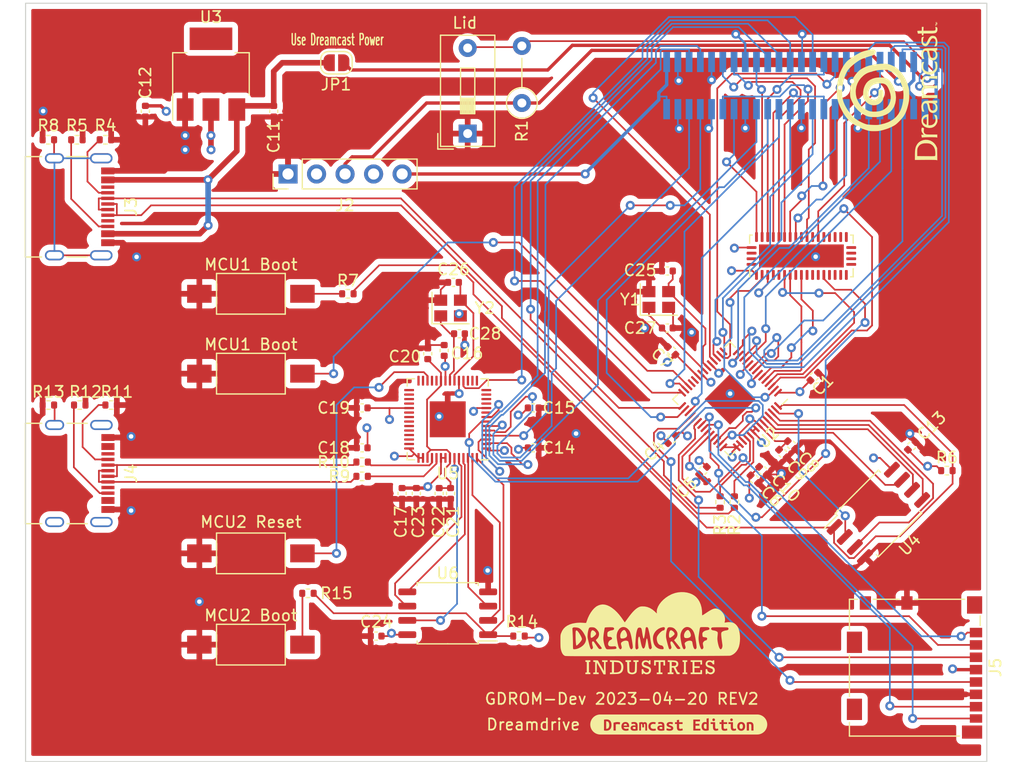
<source format=kicad_pcb>
(kicad_pcb (version 20211014) (generator pcbnew)
  (layers (0 "F.Cu" signal) (1 "In1.Cu" power) (2 "In2.Cu" power) (31 "B.Cu" signal) (34 "B.Paste" user) (35 "F.Paste" user) (36 "B.SilkS" user "B.Silkscreen") (37 "F.SilkS" user "F.Silkscreen") (38 "B.Mask" user) (39 "F.Mask" user) (44 "Edge.Cuts" user))
  (net 0 "")
  (net 1 "+3V3")
  (net 2 "/G_RST")
  (net 3 "+5V")
  (net 4 "/D7")
  (net 5 "/D8")
  (net 6 "/D5")
  (net 7 "/D10")
  (net 8 "GND")
  (net 9 "/D3")
  (net 10 "/D12")
  (net 11 "/D1")
  (net 12 "/D14")
  (net 13 "/DMARQ")
  (net 14 "+1V1")
  (net 15 "/DMACK")
  (net 16 "/CD_EMPH")
  (net 17 "/A0")
  (net 18 "/CS0")
  (net 19 "/CD_BCK")
  (net 20 "/CD_SDAT")
  (net 21 "+12V")
  (net 22 "/DOPEN")
  (net 23 "/D6")
  (net 24 "/D9")
  (net 25 "/D4")
  (net 26 "/D11")
  (net 27 "/D2")
  (net 28 "/D13")
  (net 29 "/D0")
  (net 30 "/D15")
  (net 31 "VBUS")
  (net 32 "/IORDY")
  (net 33 "/INTRQ")
  (net 34 "/A1")
  (net 35 "/A2")
  (net 36 "/CS1")
  (net 37 "/CD_LRCK")
  (net 38 "/CD_CLK")
  (net 39 "/MCU2_XIN")
  (net 40 "/MCU1_XIN")
  (net 41 "/MCU2_XOUT")
  (net 42 "/MCU1_XOUT")
  (net 43 "/+3V3_DREAMCAST")
  (net 44 "/MCU1_GPIO16")
  (net 45 "/MCU1_GPIO17")
  (net 46 "/PICO_3v3_OUT")
  (net 47 "/MCU1_GPIO25")
  (net 48 "/MCU1_GPIO26")
  (net 49 "/MCU1_GPIO22")
  (net 50 "/MCU1_GPIO21")
  (net 51 "/MCU1_GPIO23")
  (net 52 "/MCU1_GPIO24")
  (net 53 "/MCU1_USB_D+")
  (net 54 "/MCU1_USB_D-")
  (net 55 "Net-(R3-Pad2)")
  (net 56 "/MCU1_QSPI_SS")
  (net 57 "Net-(R7-Pad1)")
  (net 58 "/MCU2_USB_D+")
  (net 59 "Net-(R9-Pad2)")
  (net 60 "/MCU2_USB_D-")
  (net 61 "Net-(R10-Pad2)")
  (net 63 "/MCU2_QSPI_SS")
  (net 64 "Net-(R15-Pad1)")
  (net 65 "/MCU1_GPIO0")
  (net 66 "/MCU1_GPIO1")
  (net 67 "/MCU1_GPIO2")
  (net 68 "/MCU1_GPIO3")
  (net 69 "/MCU1_GPIO4")
  (net 70 "/MUX_COMMON_5")
  (net 71 "/MUX_COMMON_6")
  (net 72 "/MUX_COMMON_7")
  (net 73 "/MCU1_GPIO27")
  (net 79 "/MUX_C_7")
  (net 80 "/MUX_C_6")
  (net 81 "/MUX_B_7")
  (net 82 "/MUX_B_6")
  (net 83 "/MUX_C_5")
  (net 84 "/MUX_B_5")
  (net 85 "/COMMS_PIO_0")
  (net 86 "/COMMS_PIO_1")
  (net 90 "/MCU1_SWCLK")
  (net 91 "/MCU1_SWD")
  (net 92 "/MCU1_RUN")
  (net 93 "/MCU1_QSPI_SD3")
  (net 94 "/MCU1_QSPI_SCLK")
  (net 95 "/MCU1_QSPI_SD0")
  (net 96 "/MCU1_QSPI_SD2")
  (net 97 "/MCU1_QSPI_SD1")
  (net 98 "/MCU2_GPIO7")
  (net 99 "/MCU2_GPIO8")
  (net 100 "/MCU2_GPIO9")
  (net 101 "/MCU2_GPIO10")
  (net 102 "/MCU2_GPIO11")
  (net 103 "/MCU2_GPIO12")
  (net 104 "/MCU2_GPIO13")
  (net 105 "/MCU2_GPIO14")
  (net 106 "/MCU2_SWCLK")
  (net 107 "/MCU2_SWD")
  (net 108 "/MCU2_GPIO16")
  (net 109 "/MCU2_GPIO17")
  (net 110 "/MCU2_GPIO18")
  (net 111 "/MCU2_GPIO19")
  (net 112 "/MCU2_GPIO20")
  (net 113 "/MCU2_GPIO21")
  (net 114 "/MCU2_GPIO22")
  (net 115 "/MCU2_GPIO23")
  (net 116 "/MCU2_GPIO24")
  (net 117 "/MCU2_GPIO25")
  (net 118 "/MCU2_GPIO26")
  (net 119 "/MCU2_GPIO27")
  (net 120 "/MCU2_GPIO28")
  (net 121 "/MCU2_GPIO29")
  (net 122 "/MCU2_QSPI_SD3")
  (net 123 "/MCU2_QSPI_SCLK")
  (net 124 "/MCU2_QSPI_SD0")
  (net 125 "/MCU2_QSPI_SD2")
  (net 126 "/MCU2_QSPI_SD1")
  (net 127 "Net-(J3-PadA5)")
  (net 128 "Net-(J3-PadB5)")
  (net 129 "Net-(J3-PadS1)")
  (net 130 "Net-(J4-PadA5)")
  (net 131 "Net-(J4-PadB5)")
  (net 132 "Net-(J4-PadS1)")
  (net 133 "Net-(R2-Pad2)")
  (net 134 "/MCU2_RUN")
  (net 137 "Net-(J4-PadA4)")
  (footprint "Resistor_SMD:R_0402_1005Metric" (layer "F.Cu") (at 137.668 98.552)
    (fp_text reference "R15")
    (fp_text value "1k")
  )
  (footprint "Capacitor_SMD:C_0402_1005Metric" (layer "F.Cu") (at 179.959 86.106 -45)
    (fp_text reference "C9")
    (fp_text value "1u")
  )
  (footprint "Button_Switch_SMD:SW_SPST_FSMSM" (layer "F.Cu") (at 132.588 78.994)
    (fp_text reference "MCU1 Boot")
    (fp_text value "MCU1_BOOT")
  )
  (footprint "Capacitor_SMD:C_0402_1005Metric" (layer "F.Cu") (at 148.336 77.216 90)
    (fp_text reference "C20")
    (fp_text value "100n" hide)
  )
  (footprint "Capacitor_SMD:C_0402_1005Metric" (layer "F.Cu") (at 180.721 85.344 -45)
    (fp_text reference "C8")
    (fp_text value "100n")
  )
  (footprint "Capacitor_SMD:C_0402_1005Metric" (layer "F.Cu") (at 146.05 89.662 -90)
    (fp_text reference "C17")
    (fp_text value "100n")
  )
  (footprint "Capacitor_SMD:C_0402_1005Metric" (layer "F.Cu") (at 147.32 89.662 -90)
    (fp_text reference "C23")
    (fp_text value "1u")
  )
  (footprint "Capacitor_SMD:C_0402_1005Metric" (layer "F.Cu") (at 134.62 55.626 -90)
    (fp_text reference "C11")
    (fp_text value "10u")
  )
  (footprint "Connector_USB:USB_C_Receptacle_Palconn_UTC16-G" (layer "F.Cu") (at 117.334 64.135 -90)
    (fp_text reference "J3")
    (fp_text value "USB_C_Receptacle_USB2.0")
  )
  (footprint "Capacitor_SMD:C_0402_1005Metric" (layer "F.Cu") (at 150.622 70.866)
    (fp_text reference "C26")
    (fp_text value "12p")
  )
  (footprint "Connector_Card:microSD_HC_Molex_104031-0811" (layer "F.Cu") (at 191.7065 105.156 -90)
    (fp_text reference "J5")
    (fp_text value "Micro_SD_Card")
  )
  (footprint "Capacitor_SMD:C_0402_1005Metric" (layer "F.Cu") (at 157.734 85.598)
    (fp_text reference "C14")
    (fp_text value "100n")
  )
  (footprint "Crystal:Crystal_SMD_2520-4Pin_2.5x2.0mm" (layer "F.Cu") (at 150.368 73.152)
    (fp_text reference "Y2")
    (fp_text value "12MHz 10ppm" hide)
  )
  (footprint "Capacitor_SMD:C_0402_1005Metric" (layer "F.Cu") (at 143.736 102.362 180)
    (fp_text reference "C24")
    (fp_text value "100n")
  )
  (footprint "Resistor_SMD:R_0402_1005Metric" (layer "F.Cu") (at 114.554 81.788)
    (fp_text reference "R13")
    (fp_text value "100k")
  )
  (footprint "Resistor_SMD:R_0402_1005Metric" (layer "F.Cu") (at 114.552 58.166)
    (fp_text reference "R8")
    (fp_text value "100k")
  )
  (footprint "Button_Switch_SMD:SW_SPST_FSMSM" (layer "F.Cu") (at 132.588 94.996 180)
    (fp_text reference "MCU2 Reset")
    (fp_text value "MCU1_BOOT")
  )
  (footprint "Capacitor_SMD:C_0402_1005Metric" (layer "F.Cu") (at 182.753 79.248 45)
    (fp_text reference "C1")
    (fp_text value "100n")
  )
  (footprint "Resistor_SMD:R_0402_1005Metric" (layer "F.Cu") (at 194.564 87.63)
    (fp_text reference "R6")
    (fp_text value "10k")
  )
  (footprint "Capacitor_SMD:C_0402_1005Metric" (layer "F.Cu") (at 142.494 82.042 180)
    (fp_text reference "C19")
    (fp_text value "100n" hide)
  )
  (footprint "Capacitor_SMD:C_0402_1005Metric" (layer "F.Cu") (at 191.4306 85.4294 45)
    (fp_text reference "C13")
    (fp_text value "100n")
  )
  (footprint "Capacitor_SMD:C_0402_1005Metric" (layer "F.Cu") (at 149.352 89.662 -90)
    (fp_text reference "C22")
    (fp_text value "1u")
  )
  (footprint "Resistor_SMD:R_0402_1005Metric" (layer "F.Cu") (at 175.641 90.424 90)
    (fp_text reference "R2")
    (fp_text value "27.4")
  )
  (footprint "Package_DFN_QFN:QFN-56-1EP_7x7mm_P0.4mm_EP3.2x3.2mm" (layer "F.Cu") (at 150.114 83.058 180)
    (fp_text reference "U5")
    (fp_text value "RP2040")
  )
  (footprint "LOGO" (layer "F.Cu") (at 189.23 53.848 90)
    (fp_text reference "G***" hide)
    (fp_text value "LOGO" hide)
  )
  (footprint "Capacitor_SMD:C_0402_1005Metric" (layer "F.Cu") (at 157.734 82.042)
    (fp_text reference "C15")
    (fp_text value "100n")
  )
  (footprint "Package_TO_SOT_SMD:SOT-223" (layer "F.Cu") (at 129.032 52.324 90)
    (fp_text reference "U3")
    (fp_text value "AZ1117-3.3")
  )
  (footprint "Resistor_SMD:R_0402_1005Metric" (layer "F.Cu") (at 117.094 58.166)
    (fp_text reference "R5")
    (fp_text value "5k1")
  )
  (footprint "Resistor_SMD:R_0402_1005Metric" (layer "F.Cu") (at 156.464 102.362 180)
    (fp_text reference "R14")
    (fp_text value "10k")
  )
  (footprint "Capacitor_SMD:C_0402_1005Metric" (layer "F.Cu") (at 151.158 75.438 180)
    (fp_text reference "C28")
    (fp_text value "12p")
  )
  (footprint "Package_DFN_QFN:WQFN-42-1EP_3.5x9mm_P0.5mm_EP2.05x7.55mm" (layer "F.Cu") (at 181.61 68.5125 90)
    (fp_text reference "U1" hide)
    (fp_text value "TS3L501ERUA")
  )
  (footprint "Package_SO:SOIC-8_5.23x5.23mm_P1.27mm" (layer "F.Cu") (at 188.468 91.44 45)
    (fp_text reference "U4")
    (fp_text value "W25Q128JVS" hide)
  )
  (footprint "Capacitor_SMD:C_0402_1005Metric" (layer "F.Cu") (at 169.672 69.85)
    (fp_text reference "C25")
    (fp_text value "12p")
  )
  (footprint "Button_Switch_SMD:SW_SPST_FSMSM" (layer "F.Cu") (at 132.588 103.124)
    (fp_text reference "MCU2 Boot")
    (fp_text value "MCU2_BOOT")
  )
  (footprint "Resistor_THT:R_Axial_DIN0207_L6.3mm_D2.5mm_P5.08mm_Vertical" (layer "F.Cu") (at 156.718 54.893 90)
    (fp_text reference "R1")
    (fp_text value "R")
  )
  (footprint "Button_Switch_THT:SW_DIP_SPSTx01_Slide_9.78x4.72mm_W7.62mm_P2.54mm" (layer "F.Cu") (at 151.892 57.6155 90)
    (fp_text reference "SW1")
    (fp_text value "Lid")
  )
  (footprint "Capacitor_SMD:C_0402_1005Metric" (layer "F.Cu") (at 142.494 85.598 180)
    (fp_text reference "C18")
    (fp_text value "100n" hide)
  )
  (footprint "Capacitor_SMD:C_0402_1005Metric" (layer "F.Cu") (at 170.053 84.836 -135)
    (fp_text reference "C4")
    (fp_text value "100n" hide)
  )
  (footprint "Resistor_SMD:R_0402_1005Metric" (layer "F.Cu") (at 120.142 81.788)
    (fp_text reference "R11")
    (fp_text value "5k1")
  )
  (footprint "Resistor_SMD:R_0402_1005Metric" (layer "F.Cu") (at 117.348 81.788)
    (fp_text reference "R12")
    (fp_text value "5k1")
  )
  (footprint "Button_Switch_SMD:SW_SPST_FSMSM" (layer "F.Cu") (at 132.588 71.882)
    (fp_text reference "MCU1 Boot")
    (fp_text value "MCU1_BOOT")
  )
  (footprint "Capacitor_SMD:C_0402_1005Metric" (layer "F.Cu") (at 177.419 88.392 -45)
    (fp_text reference "C6")
    (fp_text value "100n" hide)
  )
  (footprint "Capacitor_SMD:C_0402_1005Metric" (layer "F.Cu") (at 178.181 87.63 -45)
    (fp_text reference "C10")
    (fp_text value "1u")
  )
  (footprint "Package_SO:SOIC-8_5.23x5.23mm_P1.27mm" (layer "F.Cu") (at 150.114 100.33 180)
    (fp_text reference "U6")
    (fp_text value "W25Q128JVS")
  )
  (footprint "Resistor_SMD:R_0402_1005Metric" (layer "F.Cu") (at 142.492 88.138)
    (fp_text reference "R9")
    (fp_text value "27.4")
  )
  (footprint "Resistor_SMD:R_0402_1005Metric" (layer "F.Cu") (at 174.371 90.424 90)
    (fp_text reference "R3")
    (fp_text value "27.4")
  )
  (footprint "Connector_PinHeader_2.54mm:PinHeader_1x05_P2.54mm_Vertical" (layer "F.Cu") (at 135.895 61.214 90)
    (fp_text reference "J2")
    (fp_text value "POWER")
  )
  (footprint "Capacitor_SMD:C_0402_1005Metric" (layer "F.Cu") (at 170.053 76.962 135)
    (fp_text reference "C7")
    (fp_text value "100n")
  )
  (footprint "Jumper:SolderJumper-2_P1.3mm_Open_RoundedPad1.0x1.5mm" (layer "F.Cu") (at 140.208 51.308)
    (fp_text reference "JP1")
    (fp_text value "Use Dreamcast Power")
  )
  (footprint "LOGO" (layer "F.Cu") (at 168.089458 102.519431)
    (fp_text reference "DREAMCRAFT_LOGO" hide)
    (fp_text value "LOGO" hide)
  )
  (footprint "Capacitor_SMD:C_0402_1005Metric" (layer "F.Cu") (at 172.847 87.63 -135)
    (fp_text reference "C5")
    (fp_text value "100n" hide)
  )
  (footprint "Package_DFN_QFN:QFN-56-1EP_7x7mm_P0.4mm_EP3.2x3.2mm" (layer "F.Cu") (at 175.26 81.28 -135)
    (fp_text reference "U2")
    (fp_text value "RP2040")
  )
  (footprint "Capacitor_SMD:C_0402_1005Metric" (layer "F.Cu") (at 169.672 74.93 180)
    (fp_text reference "C27")
    (fp_text value "12p")
  )
  (footprint "Resistor_SMD:R_0402_1005Metric" (layer "F.Cu") (at 141.224 71.882)
    (fp_text reference "R7")
    (fp_text value "1k")
  )
  (footprint "Connector_USB:USB_C_Receptacle_Palconn_UTC16-G" (layer "F.Cu") (at 117.348 87.884 -90)
    (fp_text reference "J4")
    (fp_text value "USB_C_Receptacle_USB2.0")
  )
  (footprint "Resistor_SMD:R_0402_1005Metric" (layer "F.Cu") (at 142.492 86.868)
    (fp_text reference "R10")
    (fp_text value "27.4")
  )
  (footprint "Capacitor_SMD:C_0402_1005Metric" (layer "F.Cu") (at 149.799699 76.927053 90)
    (fp_text reference "C16")
    (fp_text value "100n" hide)
  )
  (footprint "Crystal:Crystal_SMD_2520-4Pin_2.5x2.0mm" (layer "F.Cu") (at 168.91 72.39)
    (fp_text reference "Y1")
    (fp_text value "12MHz 10ppm" hide)
  )
  (footprint "Resistor_SMD:R_0402_1005Metric" (layer "F.Cu") (at 119.634 58.166)
    (fp_text reference "R4")
    (fp_text value "5k1")
  )
  (footprint "Capacitor_SMD:C_0402_1005Metric" (layer "F.Cu") (at 123.19 55.626 -90)
    (fp_text reference "C12")
    (fp_text value "10u")
  )
  (footprint "kibuzzard-63F149CE" (layer "F.Cu") (at 170.688 110.236)
    (fp_text reference "kibuzzard-63F149CE" hide)
    (fp_text value "DDR_DREAMCAST" hide)
  )
  (footprint "Capacitor_SMD:C_0402_1005Metric" (layer "F.Cu") (at 150.368 89.662 -90)
    (fp_text reference "C21")
    (fp_text value "100n" hide)
  )
  (footprint "riser:Molex_52602_0579" (layer "B.Cu") (at 181.61 53.34 180)
    (fp_text reference "CN1" hide)
    (fp_text value "Molex_52602_0579" hide)
  )
  (gr_rect (start 112.522 46.009437) (end 198.12 113.538) (layer "Edge.Cuts") (width 0.1) (fill none))
  (gr_text "GDROM-Dev 2023-04-20 REV2" (at 165.608 107.95) (layer "F.SilkS") (effects (font (size 1 1))))
  (gr_text "Dreamdrive" (at 157.734 110.236) (layer "F.SilkS") (effects (font (size 1 1))))
  (segment (start 176.166561 78.959639) (end 176.166561 79.067939) (width 0.15) (layer "F.Cu") (net 1))
  (segment (start 177.266 84.1349) (end 178.043 84.9118) (width 0.15) (layer "F.Cu") (net 1))
  (segment (start 172.9065 87.011) (end 172.627 86.7314) (width 0.15) (layer "F.Cu") (net 1))
  (segment (start 191.0912 85.769) (end 192.556 87.2338) (width 0.15) (layer "F.Cu") (net 1))
  (segment (start 175.454 85.9471) (end 175.454 86.4297) (width 0.15) (layer "F.Cu") (net 1))
  (segment (start 188.032 86.4984) (end 188.618 86.4984) (width 0.15) (layer "F.Cu") (net 1))
  (segment (start 172.8674 79.1702) (end 172.6879 78.9907) (width 0.15) (layer "F.Cu") (net 1))
  (segment (start 172.8675 79.1702) (end 172.688 78.9907) (width 0.15) (layer "F.Cu") (net 1))
  (segment (start 147.14 86.1216) (end 146.918829 86.342771) (width 0.15) (layer "F.Cu") (net 1))
  (segment (start 152.705 82.058) (end 153.5515 82.058) (width 0.15) (layer "F.Cu") (net 1))
  (segment (start 172.627 86.7314) (end 172.496 86.7314) (width 0.15) (layer "F.Cu") (net 1))
  (segment (start 175.6531 85.7481) (end 175.454 85.9471) (width 0.15) (layer "F.Cu") (net 1))
  (segment (start 176.971376 88.161224) (end 176.971376 90.0768) (width 0.15) (layer "F.Cu") (net 1))
  (segment (start 149.514 87.8828) (end 148.343056 89.053744) (width 0.15) (layer "F.Cu") (net 1))
  (segment (start 189.142 87.0229) (end 189.6665 87.5474) (width 0.15) (layer "F.Cu") (net 1))
  (segment (start 197.156 105.351) (end 195.14 105.351) (width 0.3) (layer "F.Cu") (net 1))
  (segment (start 144.93 82.058) (end 142.99 82.058) (width 0.15) (layer "F.Cu") (net 1))
  (segment (start 179.5292 80.6878) (end 181.389 80.6878) (width 0.1524) (layer "F.Cu") (net 1))
  (segment (start 170.6496 84.2394) (end 171.023 84.2394) (width 0.15) (layer "F.Cu") (net 1))
  (segment (start 177.8416 87.291) (end 177.0796 88.053) (width 0.15) (layer "F.Cu") (net 1))
  (segment (start 129.032 55.474) (end 129.032 58.0173) (width 0.5) (layer "F.Cu") (net 1))
  (segment (start 192.556 87.2338) (end 192.852 87.2338) (width 0.15) (layer "F.Cu") (net 1))
  (segment (start 197.156 105.351) (end 197.1565 105.351) (width 0.15) (layer "F.Cu") (net 1))
  (segment (start 181.475 80.6022) (end 181.436 80.5635) (width 0.15) (layer "F.Cu") (net 1))
  (segment (start 156.549 85.598) (end 156.415 85.7318) (width 0.15) (layer "F.Cu") (net 1))
  (segment (start 153.73 85.8363) (end 155.164 85.8363) (width 0.15) (layer "F.Cu") (net 1))
  (segment (start 129.032 58.0173) (end 129.032 59.048) (width 0.5) (layer "F.Cu") (net 1))
  (segment (start 145.105 102.235) (end 144.978 102.362) (width 0.15) (layer "F.Cu") (net 1))
  (segment (start 189.142 87.0229) (end 189.666 87.5474) (width 0.15) (layer "F.Cu") (net 1))
  (segment (start 144.978 102.362) (end 144.216 102.362) (width 0.15) (layer "F.Cu") (net 1))
  (segment (start 155.164 85.8363) (end 155.164 85.8364) (width 0.15) (layer "F.Cu") (net 1))
  (segment (start 149.514 86.4955) (end 149.514 87.8828) (width 0.15) (layer "F.Cu") (net 1))
  (segment (start 156.622 82.6743) (end 156.393 82.6743) (width 0.15) (layer "F.Cu") (net 1))
  (segment (start 177.4075 83.9935) (end 177.4079 83.9935) (width 0.15) (layer "F.Cu") (net 1))
  (segment (start 173.453261 79.755961) (end 173.553655 79.755961) (width 0.15) (layer "F.Cu") (net 1))
  (segment (start 177.61 70.2) (end 177.238 69.8276) (width 0.15) (layer "F.Cu") (net 1))
  (segment (start 152.414 82.3491) (end 152.705 82.058) (width 0.15) (layer "F.Cu") (net 1))
  (segment (start 171.5725 83.5531) (end 171.5727 83.5531) (width 0.15) (layer "F.Cu") (net 1))
  (segment (start 149.885842 77.493196) (end 149.885842 78.339801) (width 0.1524) (layer "F.Cu") (net 1))
  (segment (start 129.032 58.0173) (end 129.026 58.0109) (width 0.3) (layer "F.Cu") (net 1))
  (segment (start 125.052 55.6307) (end 124.567 55.146) (width 0.3) (layer "F.Cu") (net 1))
  (segment (start 157.11 102.498) (end 156.974 102.362) (width 0.15) (layer "F.Cu") (net 1))
  (segment (start 175.852 85.5492) (end 175.6531 85.7481) (width 0.15) (layer "F.Cu") (net 1))
  (segment (start 177.4075 83.9935) (end 177.266 84.1349) (width 0.15) (layer "F.Cu") (net 1))
  (segment (start 147.514 86.4955) (end 147.914 86.4955) (width 0.15) (layer "F.Cu") (net 1))
  (segment (start 181.436 80.5635) (end 181.398 80.5635) (width 0.15) (layer "F.Cu") (net 1))
  (segment (start 176.984 78.1422) (end 176.166561 78.959639) (width 0.15) (layer "F.Cu") (net 1))
  (segment (start 171.5727 83.5531) (end 172.1222 83.0036) (width 0.15) (layer "F.Cu") (net 1))
  (segment (start 188.618 86.4984) (end 189.142 87.0229) (width 0.15) (layer "F.Cu") (net 1))
  (segment (start 124.567 55.146) (end 123.19 55.146) (width 0.3) (layer "F.Cu") (net 1))
  (segment (start 146.676 82.058) (end 144.93 82.058) (width 0.15) (layer "F.Cu") (net 1))
  (segment (start 153.552 85.658) (end 153.73 85.8363) (width 0.15) (layer "F.Cu") (net 1))
  (segment (start 175.6533 85.7481) (end 175.8522 85.5492) (width 0.15) (layer "F.Cu") (net 1))
  (segment (start 181.475 80.6022) (end 181.475 80.526) (width 0.1524) (layer "F.Cu") (net 1))
  (segment (start 175.852 85.5492) (end 176.135 85.2664) (width 0.15) (layer "F.Cu") (net 1))
  (segment (start 158.233 102.498) (end 157.11 102.498) (width 0.15) (layer "F.Cu") (net 1))
  (segment (start 149.799699 77.407053) (end 149.885842 77.493196) (width 0.1524) (layer "F.Cu") (net 1))
  (segment (start 145.105 102.235) (end 146.514 102.235) (width 0.15) (layer "F.Cu") (net 1))
  (segment (start 157.254 82.042) (end 156.622 82.6743) (width 0.15) (layer "F.Cu") (net 1))
  (segment (start 129.032 59.048) (end 129.039 59.055) (width 0.5) (layer "F.Cu") (net 1))
  (segment (start 176.135 85.2664) (end 176.135 85.2663) (width 0.15) (layer "F.Cu") (net 1))
  (segment (start 146.676 85.658) (end 146.908 85.8898) (width 0.15) (layer "F.Cu") (net 1))
  (segment (start 172.9065 87.011) (end 172.9068 87.011) (width 0.15) (layer "F.Cu") (net 1))
  (segment (start 146.918829 86.342771) (end 145.367422 86.342771) (width 0.15) (layer "F.Cu") (net 1))
  (segment (start 142.974 83.8768) (end 142.974 85.598) (width 0.15) (layer "F.Cu") (net 1))
  (segment (start 129.026 58.0109) (end 129.026 57.785) (width 0.3) (layer "F.Cu") (net 1))
  (segment (start 177.238 69.8276) (end 175.387 69.8276) (width 0.15) (layer "F.Cu") (net 1))
  (segment (start 177.172 67.7625) (end 175.696 67.7625) (width 0.15) (layer "F.Cu") (net 1))
  (segment (start 172.8675 79.1702) (end 172.8674 79.1702) (width 0.15) (layer "F.Cu") (net 1))
  (segment (start 171.023 84.2394) (end 171.023 84.1026) (width 0.15) (layer "F.Cu") (net 1))
  (segment (start 171.319 84.5348) (end 171.469 84.5348) (width 0.15) (layer "F.Cu") (net 1))
  (segment (start 146.6765 85.6583) (end 146.6765 85.658) (width 0.15) (layer "F.Cu") (net 1))
  (segment (start 181.9445 80.0567) (end 182.414 79.5874) (width 0.1524) (layer "F.Cu") (net 1))
  (segment (start 157.254 85.598) (end 156.549 85.598) (width 0.15) (layer "F.Cu") (net 1))
  (segment (start 142.917 83.82) (end 142.974 83.8768) (width 0.15) (layer "F.Cu") (net 1))
  (segment (start 177.4079 83.9935) (end 177.5493 83.8521) (width 0.15) (layer "F.Cu") (net 1))
  (segment (start 177.0796 88.053) (end 177.0796 88.0526) (width 0.15) (layer "F.Cu") (net 1))
  (segment (start 148.343056 89.053744) (end 148.216713 89.180087) (width 0.3) (layer "F.Cu") (net 1))
  (segment (start 171.5725 83.5531) (end 172.122 83.0036) (width 0.15) (layer "F.Cu") (net 1))
  (segment (start 149.514 86.4955) (end 149.914 86.4955) (width 0.15) (layer "F.Cu") (net 1))
  (segment (start 146.908 85.8898) (end 147.14 86.1216) (width 0.15) (layer "F.Cu") (net 1))
  (segment (start 177.0796 88.053) (end 176.971376 88.161224) (width 0.15) (layer "F.Cu") (net 1))
  (segment (start 142.99 82.058) (end 142.974 82.042) (width 0.15) (layer "F.Cu") (net 1))
  (segment (start 193.658 87.2338) (end 194.054 87.63) (width 0.15) (layer "F.Cu") (net 1))
  (segment (start 146.676 82.058) (end 146.6765 82.058) (width 0.15) (layer "F.Cu") (net 1))
  (segment (start 149.914 79.6205) (end 149.914 78.367959) (width 0.1524) (layer "F.Cu") (net 1))
  (segment (start 177.549 83.8521) (end 177.4075 83.9935) (width 0.15) (layer "F.Cu") (net 1))
  (segment (start 173.186 87.2906) (end 172.9065 87.011) (width 0.15) (layer "F.Cu") (net 1))
  (segment (start 177.172 67.7625) (end 177.1725 67.7625) (width 0.15) (layer "F.Cu") (net 1))
  (segment (start 146.908 85.8898) (end 146.6765 85.6583) (width 0.15) (layer "F.Cu") (net 1))
  (segment (start 195.14 105.351) (end 195.072 105.283) (width 0.1524) (layer "F.Cu") (net 1))
  (segment (start 181.475 80.526) (end 181.9445 80.0567) (width 0.1524) (layer "F.Cu") (net 1))
  (segment (start 147.321913 89.180087) (end 147.32 89.182) (width 0.3) (layer "F.Cu") (net 1))
  (segment (start 192.852 87.2338) (end 193.658 87.2338) (width 0.15) (layer "F.Cu") (net 1))
  (segment (start 181.9445 80.0567) (end 182.4136 79.5876) (width 0.15) (layer "F.Cu") (net 1))
  (segment (start 147.32 89.182) (end 146.05 89.182) (width 0.3) (layer "F.Cu") (net 1))
  (segment (start 147.14 86.1216) (end 147.514 86.4955) (width 0.15) (layer "F.Cu") (net 1))
  (segment (start 175.696 67.7625) (end 175.641 67.818) (width 0.15) (layer "F.Cu") (net 1))
  (segment (start 178.043 84.9118) (end 178.043 85.1307) (width 0.15) (layer "F.Cu") (net 1))
  (segment (start 170.3924 84.4966) (end 170.6496 84.2394) (width 0.15) (layer "F.Cu") (net 1))
  (segment (start 175.6531 85.7481) (end 175.6533 85.7481) (width 0.15) (layer "F.Cu") (net 1))
  (segment (start 182.4136 79.5876) (end 182.4136 79.5874) (width 0.15) (layer "F.Cu") (net 1))
  (segment (start 148.216713 89.180087) (end 147.321913 89.180087) (width 0.3) (layer "F.Cu") (net 1))
  (segment (start 175.852 85.5492) (end 174.668 85.5492) (width 0.15) (layer "F.Cu") (net 1))
  (segment (start 171.023 84.1026) (end 171.5725 83.5531) (width 0.15) (layer "F.Cu") (net 1))
  (segment (start 144.93 82.058) (end 144.93 83.0762) (width 0.15) (layer "F.Cu") (net 1))
  (segment (start 174.668 85.5492) (end 174.6678 85.5492) (width 0.15) (layer "F.Cu") (net 1))
  (segment (start 172.9068 87.011) (end 173.1864 87.2906) (width 0.15) (layer "F.Cu") (net 1))
  (segment (start 171.023 84.2394) (end 171.319 84.5348) (width 0.15) (layer "F.Cu") (net 1))
  (segment (start 149.914 78.367959) (end 149.885842 78.339801) (width 0.1524) (layer "F.Cu") (net 1))
  (segment (start 145.105 102.111) (end 145.105 102.235) (width 0.15) (layer "F.Cu") (net 1))
  (segment (start 172.8675 79.1702) (end 173.453261 79.755961) (width 0.15) (layer "F.Cu") (net 1))
  (segment (start 181.389 80.6878) (end 181.475 80.6022) (width 0.1524) (layer "F.Cu") (net 1))
  (via (at 156.415 85.7318) (size 0.8) (drill 0.4) (layers "F.Cu" "B.Cu") (net 1))
  (via (at 188.032 86.4984) (size 0.8) (drill 0.4) (layers "F.Cu" "B.Cu") (net 1))
  (via (at 178.043 85.1307) (size 0.8) (drill 0.4) (layers "F.Cu" "B.Cu") (net 1))
  (via (at 152.414 82.3491) (size 0.8) (drill 0.4) (layers "F.Cu" "B.Cu") (net 1))
  (via (at 173.553655 79.755961) (size 0.8) (drill 0.4) (layers "F.Cu" "B.Cu") (net 1))
  (via (at 148.343056 89.053744) (size 0.8) (drill 0.4) (layers "F.Cu" "B.Cu") (net 1))
  (via (at 181.475 80.6022) (size 0.8) (drill 0.4) (layers "F.Cu" "B.Cu") (net 1))
  (via (at 175.387 69.8276) (size 0.8) (drill 0.4) (layers "F.Cu" "B.Cu") (net 1))
  (via (at 175.454 86.4297) (size 0.8) (drill 0.4) (layers "F.Cu" "B.Cu") (net 1))
  (via (at 145.367422 86.342771) (size 0.8) (drill 0.4) (layers "F.Cu" "B.Cu") (net 1))
  (via (at 125.052 55.6307) (size 0.8) (drill 0.4) (layers "F.Cu" "B.Cu") (net 1))
  (via (at 129.026 57.785) (size 0.8) (drill 0.4) (layers "F.Cu" "B.Cu") (net 1))
  (via (at 192.852 87.2338) (size 0.8) (drill 0.4) (layers "F.Cu" "B.Cu") (net 1))
  (via (at 144.93 83.0762) (size 0.8) (drill 0.4) (layers "F.Cu" "B.Cu") (net 1))
  (via (at 149.885842 78.339801) (size 0.8) (drill 0.4) (layers "F.Cu" "B.Cu") (net 1))
  (via (at 156.393 82.6743) (size 0.8) (drill 0.4) (layers "F.Cu" "B.Cu") (net 1))
  (via (at 195.072 105.283) (size 0.8) (drill 0.4) (layers "F.Cu" "B.Cu") (net 1))
  (via (at 158.233 102.498) (size 0.8) (drill 0.4) (layers "F.Cu" "B.Cu") (net 1))
  (via (at 172.496 86.7314) (size 0.8) (drill 0.4) (layers "F.Cu" "B.Cu") (net 1))
  (via (at 129.039 59.055) (size 0.8) (drill 0.4) (layers "F.Cu" "B.Cu") (net 1))
  (via (at 171.469 84.5348) (size 0.8) (drill 0.4) (layers "F.Cu" "B.Cu") (net 1))
  (via (at 176.971376 90.0768) (size 0.8) (drill 0.4) (layers "F.Cu" "B.Cu") (net 1))
  (via (at 176.166561 79.067939) (size 0.8) (drill 0.4) (layers "F.Cu" "B.Cu") (net 1))
  (via (at 142.917 83.82) (size 0.8) (drill 0.4) (layers "F.Cu" "B.Cu") (net 1))
  (via (at 175.641 67.818) (size 0.8) (drill 0.4) (layers "F.Cu" "B.Cu") (net 1))
  (via (at 155.164 85.8364) (size 0.8) (drill 0.4) (layers "F.Cu" "B.Cu") (net 1))
  (via (at 145.105 102.111) (size 0.8) (drill 0.4) (layers "F.Cu" "B.Cu") (net 1))
  (segment (start 187.494277 50.207277) (end 190.246 52.959) (width 0.3) (layer "F.Cu") (net 3))
  (segment (start 141.605 59.69) (end 143.44 59.69) (width 0.3) (layer "F.Cu") (net 3))
  (segment (start 158.250919 54.893) (end 162.936642 50.207277) (width 0.3) (layer "F.Cu") (net 3))
  (segment (start 162.936642 50.207277) (end 187.494277 50.207277) (width 0.3) (layer "F.Cu") (net 3))
  (segment (start 140.975 61.214) (end 140.975 60.32) (width 0.3) (layer "F.Cu") (net 3))
  (segment (start 156.718 54.893) (end 158.250919 54.893) (width 0.3) (layer "F.Cu") (net 3))
  (segment (start 143.44 59.69) (end 148.237 54.893) (width 0.3) (layer "F.Cu") (net 3))
  (segment (start 140.975 60.32) (end 141.605 59.69) (width 0.3) (layer "F.Cu") (net 3))
  (segment (start 148.237 54.893) (end 156.718 54.893) (width 0.3) (layer "F.Cu") (net 3))
  (via (at 190.246 52.959) (size 0.8) (drill 0.4) (layers "F.Cu" "B.Cu") (net 3))
  (segment (start 191.607 54.3165) (end 191.607 54.8792) (width 0.3) (layer "B.Cu") (net 3))
  (segment (start 191.607 54.8792) (end 191.607 55.442) (width 0.3) (layer "B.Cu") (net 3))
  (segment (start 191.607 54.8792) (end 191.6074 54.8796) (width 0.15) (layer "B.Cu") (net 3))
  (segment (start 191.158628 53.868128) (end 191.607 54.3165) (width 0.3) (layer "B.Cu") (net 3))
  (segment (start 191.60998 52.85702) (end 191.60998 51.23804) (width 0.3) (layer "B.Cu") (net 3))
  (segment (start 191.158628 53.308372) (end 191.60998 52.85702) (width 0.3) (layer "B.Cu") (net 3))
  (segment (start 191.158628 53.308372) (end 191.158628 53.868128) (width 0.3) (layer "B.Cu") (net 3))
  (segment (start 191.158628 53.308372) (end 190.595372 53.308372) (width 0.3) (layer "B.Cu") (net 3))
  (segment (start 191.6074 54.8796) (end 191.6074 55.442) (width 0.15) (layer "B.Cu") (net 3))
  (segment (start 190.595372 53.308372) (end 190.246 52.959) (width 0.3) (layer "B.Cu") (net 3))
  (segment (start 178.497 77.1942) (end 178.926 77.1942) (width 0.15) (layer "F.Cu") (net 4))
  (segment (start 177.2662 78.4249) (end 178.497 77.1942) (width 0.15) (layer "F.Cu") (net 4))
  (via (at 178.926 77.1942) (size 0.8) (drill 0.4) (layers "F.Cu" "B.Cu") (net 4))
  (segment (start 190.609 60.7499) (end 190.609 67.201) (width 0.15) (layer "B.Cu") (net 4))
  (segment (start 190.609 60.7499) (end 190.609 55.442) (width 0.15) (layer "B.Cu") (net 4))
  (segment (start 190.609 60.7499) (end 190.6092 60.7497) (width 0.15) (layer "B.Cu") (net 4))
  (segment (start 190.609 67.201) (end 183.551306 74.258694) (width 0.15) (layer "B.Cu") (net 4))
  (segment (start 181.861506 74.258694) (end 178.926 77.1942) (width 0.1524) (layer "B.Cu") (net 4))
  (segment (start 190.6092 60.7497) (end 190.6092 55.442) (width 0.15) (layer "B.Cu") (net 4))
  (segment (start 182.771709 74.258694) (end 181.861506 74.258694) (width 0.1524) (layer "B.Cu") (net 4))
  (segment (start 183.551306 74.258694) (end 182.771709 74.258694) (width 0.15) (layer "B.Cu") (net 4))
  (segment (start 177.0065 77.554) (end 177.006101 77.554) (width 0.15) (layer "F.Cu") (net 5))
  (segment (start 178.434343 76.125758) (end 178.434343 74.991481) (width 0.15) (layer "F.Cu") (net 5))
  (segment (start 177.006101 77.554) (end 178.434343 76.125758) (width 0.15) (layer "F.Cu") (net 5))
  (segment (start 177.0065 77.554) (end 177.0061 77.554) (width 0.15) (layer "F.Cu") (net 5))
  (segment (start 176.701 77.8594) (end 177.0065 77.554) (width 0.15) (layer "F.Cu") (net 5))
  (segment (start 177.0061 77.554) (end 176.7007 77.8594) (width 0.15) (layer "F.Cu") (net 5))
  (via (at 178.434343 74.991481) (size 0.8) (drill 0.4) (layers "F.Cu" "B.Cu") (net 5))
  (segment (start 178.434343 72.139633) (end 178.434343 74.991481) (width 0.15) (layer "B.Cu") (net 5))
  (segment (start 189.6085 60.965476) (end 178.434343 72.139633) (width 0.15) (layer "B.Cu") (net 5))
  (segment (start 189.6085 55.442) (end 189.6085 60.965476) (width 0.15) (layer "B.Cu") (net 5))
  (segment (start 177.4986 79.3242) (end 177.8321 78.9907) (width 0.15) (layer "F.Cu") (net 6))
  (segment (start 177.832 78.9907) (end 177.4985 79.3242) (width 0.15) (layer "F.Cu") (net 6))
  (segment (start 177.4985 79.3242) (end 177.4986 79.3242) (width 0.15) (layer "F.Cu") (net 6))
  (segment (start 177.165 79.6578) (end 177.165 79.883) (width 0.15) (layer "F.Cu") (net 6))
  (segment (start 177.4985 79.3242) (end 177.165 79.6578) (width 0.15) (layer "F.Cu") (net 6))
  (via (at 177.165 79.883) (size 0.8) (drill 0.4) (layers "F.Cu" "B.Cu") (net 6))
  (segment (start 176.791061 78.851177) (end 177.165 79.225) (width 0.15) (layer "B.Cu") (net 6))
  (segment (start 176.791061 78.809262) (end 176.791061 78.851177) (width 0.15) (layer "B.Cu") (net 6))
  (segment (start 176.525 78.543201) (end 176.791061 78.809262) (width 0.15) (layer "B.Cu") (net 6))
  (segment (start 176.525 72.192382) (end 176.525 78.543201) (width 0.15) (layer "B.Cu") (net 6))
  (segment (start 188.6077 55.442) (end 188.6077 60.109682) (width 0.15) (layer "B.Cu") (net 6))
  (segment (start 177.165 79.225) (end 177.165 79.883) (width 0.15) (layer "B.Cu") (net 6))
  (segment (start 188.6077 60.109682) (end 176.525 72.192382) (width 0.15) (layer "B.Cu") (net 6))
  (segment (start 175.486 77.9429) (end 175.486 78.0585) (width 0.15) (layer "F.Cu") (net 7))
  (segment (start 176.135 77.2937) (end 175.486 77.9429) (width 0.15) (layer "F.Cu") (net 7))
  (via (at 175.486 78.0585) (size 0.8) (drill 0.4) (layers "F.Cu" "B.Cu") (net 7))
  (segment (start 175.486 78.0585) (end 175.976056 77.568444) (width 0.15) (layer "B.Cu") (net 7))
  (segment (start 187.61 56.431) (end 187.6095 56.4305) (width 0.15) (layer "B.Cu") (net 7))
  (segment (start 180.493787 67.800037) (end 187.61 60.683824) (width 0.15) (layer "B.Cu") (net 7))
  (segment (start 175.976056 71.4851) (end 179.661119 67.800037) (width 0.15) (layer "B.Cu") (net 7))
  (segment (start 179.661119 67.800037) (end 180.493787 67.800037) (width 0.15) (layer "B.Cu") (net 7))
  (segment (start 175.976056 77.568444) (end 175.976056 71.4851) (width 0.15) (layer "B.Cu") (net 7))
  (segment (start 187.61 60.683824) (end 187.61 56.431) (width 0.15) (layer "B.Cu") (net 7))
  (segment (start 187.61 56.431) (end 187.61 55.442) (width 0.15) (layer "B.Cu") (net 7))
  (segment (start 187.6095 56.4305) (end 187.6095 55.442) (width 0.15) (layer "B.Cu") (net 7))
  (segment (start 159.258 82.042) (end 161.544 84.328) (width 0.3) (layer "F.Cu") (net 8))
  (segment (start 126.737 59.055) (end 126.735 59.0533) (width 0.5) (layer "F.Cu") (net 8))
  (segment (start 119.844 60.935) (end 124.857 60.935) (width 0.5) (layer "F.Cu") (net 8))
  (segment (start 169.785 73.09) (end 170.18 73.485) (width 0.1524) (layer "F.Cu") (net 8))
  (segment (start 148.624947 76.447053) (end 148.336 76.736) (width 0.1524) (layer "F.Cu") (net 8))
  (segment (start 169.586589 76.622589) (end 168.402 75.438) (width 0.15) (layer "F.Cu") (net 8))
  (segment (start 149.606 83.058) (end 149.352 82.804) (width 0.1524) (layer "F.Cu") (net 8))
  (segment (start 171.45 74.93) (end 171.831 75.311) (width 0.1524) (layer "F.Cu") (net 8))
  (segment (start 169.713589 85.175411) (end 169.713589 85.131589) (width 0.1524) (layer "F.Cu") (net 8))
  (segment (start 121.183 67.335) (end 122.428 68.58) (width 0.5) (layer "F.Cu") (net 8))
  (segment (start 117.614065 58.155935) (end 117.614065 56.347646) (width 0.15) (layer "F.Cu") (net 8))
  (segment (start 172.507589 88.350411) (end 172.212 88.646) (width 0.1524) (layer "F.Cu") (net 8))
  (segment (start 124.857 60.935) (end 126.737 59.055) (width 0.5) (layer "F.Cu") (net 8))
  (segment (start 151.243 73.773) (end 151.13 73.66) (width 0.1524) (layer "F.Cu") (net 8))
  (segment (start 151.114 79.6205) (end 151.114 80.756) (width 0.1524) (layer "F.Cu") (net 8))
  (segment (start 122.428 68.58) (end 122.41 68.598) (width 0.5) (layer "F.Cu") (net 8))
  (segment (start 175.26 81.28) (end 175.26 80.772) (width 0.1524) (layer "F.Cu") (net 8))
  (segment (start 170.152 74.93) (end 171.45 74.93) (width 0.1524) (layer "F.Cu") (net 8))
  (segment (start 126.732 57.7816) (end 126.735 57.785) (width 0.5) (layer "F.Cu") (net 8))
  (segment (start 114.042 58.166) (end 114.087513 58.120487) (width 0.1524) (layer "F.Cu") (net 8))
  (segment (start 121.818 84.684) (end 121.92 84.582) (width 0.15) (layer "F.Cu") (net 8))
  (segment (start 119.858 84.684) (end 121.818 84.684) (width 0.5) (layer "F.Cu") (net 8))
  (segment (start 117.604 58.166) (end 117.614065 58.155935) (width 0.15) (layer "F.Cu") (net 8))
  (segment (start 174.244 78.849787) (end 174.244 78.956461) (width 0.1524) (layer "F.Cu") (net 8))
  (segment (start 126.732 55.474) (end 126.732 57.7816) (width 0.5) (layer "F.Cu") (net 8))
  (segment (start 117.614065 56.347646) (end 116.878977 55.612558) (width 0.15) (layer "F.Cu") (net 8))
  (segment (start 191.770011 84.836011) (end 191.262 84.328) (width 0.1524) (layer "F.Cu") (net 8))
  (segment (start 134.62 56.106) (end 135.895 57.381) (width 0.5) (layer "F.Cu") (net 8))
  (segment (start 135.895 57.381) (end 135.895 61.214) (width 0.5) (layer "F.Cu") (net 8))
  (segment (start 149.799699 76.447053) (end 148.624947 76.447053) (width 0.1524) (layer "F.Cu") (net 8))
  (segment (start 168.402 75.438) (end 167.894 74.93) (width 0.15) (layer "F.Cu") (net 8))
  (segment (start 150.142 70.866) (end 149.493 71.515) (width 0.1524) (layer "F.Cu") (net 8))
  (segment (start 149.493 71.515) (end 149.493 72.452) (width 0.1524) (layer "F.Cu") (net 8))
  (segment (start 119.844 67.335) (end 121.183 67.335) (width 0.5) (layer "F.Cu") (net 8))
  (segment (start 169.713589 85.131589) (end 169.103411 84.521411) (width 0.1524) (layer "F.Cu") (net 8))
  (segment (start 127.998 94.996) (end 127.998 103.124) (width 0.1524) (layer "F.Cu") (net 8))
  (segment (start 167.894 74.93) (end 167.64 74.93) (width 0.15) (layer "F.Cu") (net 8))
  (segment (start 151.243 73.852) (end 151.243 73.773) (width 0.1524) (layer "F.Cu") (net 8))
  (segment (start 158.214 85.598) (end 160.274 85.598) (width 0.3) (layer "F.Cu") (net 8))
  (segment (start 173.536427 78.142214) (end 174.244 78.849787) (width 0.1524) (layer "F.Cu") (net 8))
  (segment (start 178.520411 87.969411) (end 179.746589 87.969411) (width 0.1524) (layer "F.Cu") (net 8))
  (segment (start 169.713589 76.622589) (end 169.586589 76.622589) (width 0.15) (layer "F.Cu") (net 8))
  (segment (start 181.61 68.5125) (end 182.8125 68.5125) (width 0.1524) (layer "F.Cu") (net 8))
  (segment (start 121.818 91.084) (end 121.92 91.186) (width 0.15) (layer "F.Cu") (net 8))
  (segment (start 182.8125 68.5125) (end 182.88 68.58) (width 0.1524) (layer "F.Cu") (net 8))
  (segment (start 170.18 73.485) (end 170.18 74.902) (width 0.1524) (layer "F.Cu") (net 8))
  (segment (start 116.878977 55.612558) (end 114.087513 55.612558) (width 0.15) (layer "F.Cu") (net 8))
  (segment (start 160.274 85.598) (end 161.544 84.328) (width 0.3) (layer "F.Cu") (net 8))
  (segment (start 153.714 98.425) (end 153.714 96.564) (width 0.15) (layer "F.Cu") (net 8))
  (segment (start 119.858 91.084) (end 121.818 91.084) (width 0.5) (layer "F.Cu") (net 8))
  (segment (start 150.114 83.058) (end 149.606 83.058) (width 0.1524) (layer "F.Cu") (net 8))
  (segment (start 179.746589 87.969411) (end 179.832 87.884) (width 0.1524) (layer "F.Cu") (net 8))
  (segment (start 158.214 82.042) (end 159.258 82.042) (width 0.3) (layer "F.Cu") (net 8))
  (segment (start 151.114 80.756) (end 151.13 80.772) (width 0.1524) (layer "F.Cu") (net 8))
  (segment (start 170.18 74.902) (end 170.152 74.93) (width 0.1524) (layer "F.Cu") (net 8))
  (segment (start 153.714 96.564) (end 153.67 96.52) (width 0.15) (layer "F.Cu") (net 8))
  (segment (start 151.638 75.438) (end 151.638 76.454) (width 0.1524) (layer "F.Cu") (net 8))
  (segment (start 191.770011 85.089989) (end 191.770011 84.836011) (width 0.1524) (layer "F.Cu") (net 8))
  (segment (start 172.507589 87.969411) (end 172.507589 88.350411) (width 0.1524) (layer "F.Cu") (net 8))
  (segment (start 126.735 59.0533) (end 126.735 57.785) (width 0.5) (layer "F.Cu") (net 8))
  (segment (start 114.087513 58.120487) (end 114.087513 55.612558) (width 0.1524) (layer "F.Cu") (net 8))
  (via (at 151.13 80.772) (size 0.8) (drill 0.4) (layers "F.Cu" "B.Cu") (net 8))
  (via (at 182.88 68.58) (size 0.8) (drill 0.4) (layers "F.Cu" "B.Cu") (net 8))
  (via (at 126.737 59.055) (size 0.8) (drill 0.4) (layers "F.Cu" "B.Cu") (net 8))
  (via (at 176.616 57.1249) (size 0.8) (drill 0.4) (layers "F.Cu" "B.Cu") (net 8))
  (via (at 173.355 57.15) (size 0.8) (drill 0.4) (layers "F.Cu" "B.Cu") (net 8))
  (via (at 181.679234 48.753611) (size 0.8) (drill 0.4) (layers "F.Cu" "B.Cu") (net 8))
  (via (at 167.64 74.93) (size 0.8) (drill 0.4) (layers "F.Cu" "B.Cu") (net 8))
  (via (at 191.262 84.328) (size 0.8) (drill 0.4) (layers "F.Cu" "B.Cu") (net 8))
  (via (at 173.609 52.832) (size 0.8) (drill 0.4) (layers "F.Cu" "B.Cu") (net 8))
  (via (at 181.604 57.112) (size 0.8) (drill 0.4) (layers "F.Cu" "B.Cu") (net 8))
  (via (at 153.67 96.52) (size 0.8) (drill 0.4) (layers "F.Cu" "B.Cu") (net 8))
  (via (at 121.92 84.582) (size 0.8) (drill 0.4) (layers "F.Cu" "B.Cu") (net 8))
  (via (at 127.998 99.296) (size 0.8) (drill 0.4) (layers "F.Cu" "B.Cu") (net 8))
  (via (at 172.212 88.646) (size 0.8) (drill 0.4) (layers "F.Cu" "B.Cu") (net 8))
  (via (at 179.832 87.884) (size 0.8) (drill 0.4) (layers "F.Cu" "B.Cu") (net 8))
  (via (at 121.92 91.186) (size 0.8) (drill 0.4) (layers "F.Cu" "B.Cu") (net 8))
  (via (at 126.735 57.785) (size 0.8) (drill 0.4) (layers "F.Cu" "B.Cu") (net 8))
  (via (at 170.688 52.903) (size 0.8) (drill 0.4) (layers "F.Cu" "B.Cu") (net 8))
  (via (at 175.767662 48.758775) (size 0.8) (drill 0.4) (layers "F.Cu" "B.Cu") (net 8))
  (via (at 161.544 84.328) (size 0.8) (drill 0.4) (layers "F.Cu" "B.Cu") (net 8))
  (via (at 186.104 52.9535) (size 0.8) (drill 0.4) (layers "F.Cu" "B.Cu") (net 8))
  (via (at 170.733 57.1763) (size 0.8) (drill 0.4) (layers "F.Cu" "B.Cu") (net 8))
  (via (at 122.41 68.598) (size 0.8) (drill 0.4) (layers "F.Cu" "B.Cu") (net 8))
  (via (at 151.638 76.454) (size 0.8) (drill 0.4) (layers "F.Cu" "B.Cu") (net 8))
  (via (at 114.087513 55.612558) (size 0.8) (drill 0.4) (layers "F.Cu" "B.Cu") (net 8))
  (via (at 175.26 80.772) (size 0.8) (drill 0.4) (layers "F.Cu" "B.Cu") (net 8))
  (via (at 171.831 75.311) (size 0.8) (drill 0.4) (layers "F.Cu" "B.Cu") (net 8))
  (via (at 151.13 73.66) (size 0.8) (drill 0.4) (layers "F.Cu" "B.Cu") (net 8))
  (via (at 169.103411 84.521411) (size 0.8) (drill 0.4) (layers "F.Cu" "B.Cu") (net 8))
  (via (at 149.352 82.804) (size 0.8) (drill 0.4) (layers "F.Cu" "B.Cu") (net 8))
  (via (at 174.244 78.956461) (size 0.8) (drill 0.4) (layers "F.Cu" "B.Cu") (net 8))
  (via (at 186.643 57.1249) (size 0.8) (drill 0.4) (layers "F.Cu" "B.Cu") (net 8))
  (segment (start 186.609 56.2662) (end 186.6087 56.2659) (width 0.15) (layer "B.Cu") (net 8))
  (segment (start 170.6093 56.247) (end 170.6093 55.442) (width 0.15) (layer "B.Cu") (net 8))
  (segment (start 176.609 50.3418) (end 176.609 49.600113) (width 0.2) (layer "B.Cu") (net 8))
  (segment (start 176.609 50.3418) (end 176.6087 50.3421) (width 0.15) (layer "B.Cu") (net 8))
  (segment (start 176.609 51.238) (end 176.609 50.3418) (width 0.2) (layer "B.Cu") (net 8))
  (segment (start 176.609 56.2798) (end 176.6087 56.2795) (width 0.15) (layer "B.Cu") (net 8))
  (segment (start 173.609 55.442) (end 173.609 56.896) (width 0.15) (layer "B.Cu") (net 8))
  (segment (start 186.6113 51.8417) (end 186.6113 51.238) (width 0.15) (layer "B.Cu") (net 8))
  (segment (start 181.679234 51.168766) (end 181.679234 48.753611) (width 0.15) (layer "B.Cu") (net 8))
  (segment (start 186.609 57.0905) (end 186.643 57.1249) (width 0.15) (layer "B.Cu") (net 8))
  (segment (start 170.609 57.0526) (end 170.609 56.2473) (width 0.15) (layer "B.Cu") (net 8))
  (segment (start 170.609 52.0311) (end 170.6093 52.0308) (width 0.15) (layer "B.Cu") (net 8))
  (segment (start 181.6075 56.2746) (end 181.6075 55.442) (width 0.15) (layer "B.Cu") (net 8))
  (segment (start 181.608 56.2751) (end 181.608 57.1082) (width 0.15) (layer "B.Cu") (net 8))
  (segment (start 186.6087 56.2659) (end 186.6087 55.442) (width 0.15) (layer "B.Cu") (net 8))
  (segment (start 176.609 56.2798) (end 176.609 57.1176) (width 0.15) (layer "B.Cu") (net 8))
  (segment (start 176.6087 56.2795) (end 176.6087 55.442) (width 0.15) (layer "B.Cu") (net 8))
  (segment (start 170.609 56.2473) (end 170.609 55.442) (width 0.15) (layer "B.Cu") (net 8))
  (segment (start 186.609 56.2662) (end 186.609 57.0905) (width 0.15) (layer "B.Cu") (net 8))
  (segment (start 176.609 57.1176) (end 176.616 57.1249) (width 0.15) (layer "B.Cu") (net 8))
  (segment (start 170.609 56.2473) (end 170.6093 56.247) (width 0.15) (layer "B.Cu") (net 8))
  (segment (start 186.609 55.442) (end 186.609 56.2662) (width 0.15) (layer "B.Cu") (net 8))
  (segment (start 170.609 51.238) (end 170.609 52.0311) (width 0.15) (layer "B.Cu") (net 8))
  (segment (start 186.611 51.842) (end 186.611 51.238) (width 0.15) (layer "B.Cu") (net 8))
  (segment (start 176.609 55.442) (end 176.609 56.2798) (width 0.15) (layer "B.Cu") (net 8))
  (segment (start 176.6087 50.3421) (end 176.6087 51.238) (width 0.15) (layer "B.Cu") (net 8))
  (segment (start 170.6093 52.0308) (end 170.6093 51.238) (width 0.15) (layer "B.Cu") (net 8))
  (segment (start 176.609 49.600113) (end 175.767662 48.758775) (width 0.2) (layer "B.Cu") (net 8))
  (segment (start 173.609 51.238) (end 173.609 52.832) (width 0.15) (layer "B.Cu") (net 8))
  (segment (start 170.609 52.8243) (end 170.688 52.903) (width 0.15) (layer "B.Cu") (net 8))
  (segment (start 170.733 57.1763) (end 170.609 57.0526) (width 0.15) (layer "B.Cu") (net 8))
  (segment (start 186.104 52.9535) (end 186.611 52.446) (width 0.15) (layer "B.Cu") (net 8))
  (segment (start 181.608 56.2751) (end 181.6075 56.2746) (width 0.15) (layer "B.Cu") (net 8))
  (segment (start 186.611 51.842) (end 186.6113 51.8417) (width 0.15) (layer "B.Cu") (net 8))
  (segment (start 181.61 51.238) (end 181.679234 51.168766) (width 0.15) (layer "B.Cu") (net 8))
  (segment (start 173.609 56.896) (end 173.355 57.15) (width 0.15) (layer "B.Cu") (net 8))
  (segment (start 186.611 52.446) (end 186.611 51.842) (width 0.15) (layer "B.Cu") (net 8))
  (segment (start 181.608 55.442) (end 181.608 56.2751) (width 0.15) (layer "B.Cu") (net 8))
  (segment (start 181.608 57.1082) (end 181.604 57.112) (width 0.15) (layer "B.Cu") (net 8))
  (segment (start 170.609 52.0311) (end 170.609 52.8243) (width 0.15) (layer "B.Cu") (net 8))
  (segment (start 181.11 65.322509) (end 181.299884 65.132625) (width 0.15) (layer "F.Cu") (net 9))
  (segment (start 181.11 66.825) (end 181.11 65.322509) (width 0.15) (layer "F.Cu") (net 9))
  (via (at 181.299884 65.132625) (size 0.8) (drill 0.4) (layers "F.Cu" "B.Cu") (net 9))
  (segment (start 185.608 55.442) (end 185.608 61.3199) (width 0.15) (layer "B.Cu") (net 9))
  (segment (start 182.942346 63.490163) (end 181.299884 65.132625) (width 0.15) (layer "B.Cu") (net 9))
  (segment (start 185.608 61.3199) (end 183.437737 63.490163) (width 0.15) (layer "B.Cu") (net 9))
  (segment (start 183.437737 63.490163) (end 182.942346 63.490163) (width 0.15) (layer "B.Cu") (net 9))
  (segment (start 174.668 77.0108) (end 174.744 76.9341) (width 0.15) (layer "F.Cu") (net 10))
  (segment (start 174.744 76.9341) (end 174.744 75.4382) (width 0.15) (layer "F.Cu") (net 10))
  (segment (start 174.744 75.4382) (end 174.621 75.3149) (width 0.15) (layer "F.Cu") (net 10))
  (segment (start 174.6678 77.0108) (end 174.668 77.0108) (width 0.15) (layer "F.Cu") (net 10))
  (via (at 174.621 75.3149) (size 0.8) (drill 0.4) (layers "F.Cu" "B.Cu") (net 10))
  (segment (start 179.832 67.056) (end 174.621 72.2668) (width 0.15) (layer "B.Cu") (net 10))
  (segment (start 179.832 63.754) (end 179.832 67.056) (width 0.15) (layer "B.Cu") (net 10))
  (segment (start 184.61 58.9763) (end 179.832 63.754) (width 0.15) (layer "B.Cu") (net 10))
  (segment (start 174.621 72.2668) (end 174.621 75.3149) (width 0.15) (layer "B.Cu") (net 10))
  (segment (start 184.6097 55.442) (end 184.61 55.442) (width 0.15) (layer "B.Cu") (net 10))
  (segment (start 184.61 55.442) (end 184.61 58.9763) (width 0.15) (layer "B.Cu") (net 10))
  (segment (start 180.903 53.9897) (end 179.11 55.7827) (width 0.15) (layer "F.Cu") (net 11))
  (segment (start 179.11 55.7827) (end 179.11 66.825) (width 0.15) (layer "F.Cu") (net 11))
  (via (at 180.903 53.9897) (size 0.8) (drill 0.4) (layers "F.Cu" "B.Cu") (net 11))
  (segment (start 183.609 55.442) (end 183.609 54.3165) (width 0.15) (layer "B.Cu") (net 11))
  (segment (start 183.609 54.3165) (end 181.2298 54.3165) (width 0.15) (layer "B.Cu") (net 11))
  (segment (start 181.2298 54.3165) (end 180.903 53.9897) (width 0.15) (layer "B.Cu") (net 11))
  (segment (start 173.778 76.4242) (end 174.083 76.12) (width 0.15) (layer "F.Cu") (net 12))
  (segment (start 174.102 77.5765) (end 173.778 77.2528) (width 0.15) (layer "F.Cu") (net 12))
  (segment (start 174.1021 77.5765) (end 174.102 77.5765) (width 0.15) (layer "F.Cu") (net 12))
  (segment (start 173.778 77.2528) (end 173.778 76.4242) (width 0.15) (layer "F.Cu") (net 12))
  (via (at 174.083 76.12) (size 0.8) (drill 0.4) (layers "F.Cu" "B.Cu") (net 12))
  (segment (start 178.826 63.2355) (end 178.826 67.5535) (width 0.15) (layer "B.Cu") (net 12))
  (segment (start 173.953 75.99) (end 174.083 76.12) (width 0.15) (layer "B.Cu") (net 12))
  (segment (start 173.953 72.4274) (end 173.953 75.99) (width 0.15) (layer "B.Cu") (net 12))
  (segment (start 182.6082 55.442) (end 182.608 55.442) (width 0.15) (layer "B.Cu") (net 12))
  (segment (start 182.608 55.442) (end 182.608 59.4538) (width 0.15) (layer "B.Cu") (net 12))
  (segment (start 178.826 67.5535) (end 173.953 72.4274) (width 0.15) (layer "B.Cu") (net 12))
  (segment (start 182.608 59.4538) (end 178.826 63.2355) (width 0.15) (layer "B.Cu") (net 12))
  (segment (start 171.556528 82.437887) (end 172.157687 81.836728) (width 0.1524) (layer "F.Cu") (net 13))
  (segment (start 172.157687 81.836728) (end 172.157687 81.45311) (width 0.1524) (layer "F.Cu") (net 13))
  (via (at 172.157687 81.45311) (size 0.8) (drill 0.4) (layers "F.Cu" "B.Cu") (net 13))
  (segment (start 172.733288 68.693712) (end 172.733288 80.751165) (width 0.15) (layer "B.Cu") (net 13))
  (segment (start 172.266801 81.217652) (end 172.157687 81.326766) (width 0.1524) (layer "B.Cu") (net 13))
  (segment (start 180.609 56.4386) (end 180.609 55.442) (width 0.15) (layer "B.Cu") (net 13))
  (segment (start 172.157687 81.326766) (end 172.157687 81.45311) (width 0.1524) (layer "B.Cu") (net 13))
  (segment (start 180.609 60.818) (end 172.733288 68.693712) (width 0.15) (layer "B.Cu") (net 13))
  (segment (start 180.609 56.4386) (end 180.609 60.818) (width 0.15) (layer "B.Cu") (net 13))
  (segment (start 172.733288 80.751165) (end 172.266801 81.217652) (width 0.15) (layer "B.Cu") (net 13))
  (segment (start 180.609 56.4386) (end 180.6092 56.4384) (width 0.15) (layer "B.Cu") (net 13))
  (segment (start 180.6092 56.4384) (end 180.6092 55.442) (width 0.15) (layer "B.Cu") (net 13))
  (segment (start 150.089 87.231) (end 149.86 87.46) (width 0.1524) (layer "F.Cu") (net 14))
  (segment (start 150.089 89.182) (end 149.352 89.182) (width 0.15) (layer "F.Cu") (net 14))
  (segment (start 177.016745 83.036745) (end 177.016745 83.020205) (width 0.25) (layer "F.Cu") (net 14))
  (segment (start 179.267 85.0046) (end 177.832 83.5693) (width 0.15) (layer "F.Cu") (net 14))
  (segment (start 177.445 83.1819) (end 177.221 83.1819) (width 0.15) (layer "F.Cu") (net 14))
  (segment (start 148.589 85.783) (end 148.314 86.0584) (width 0.15) (layer "F.Cu") (net 14))
  (segment (start 150.04 85.783) (end 148.589 85.783) (width 0.15) (layer "F.Cu") (net 14))
  (segment (start 150.314 86.4955) (end 150.314 87.006) (width 0.15) (layer "F.Cu") (net 14))
  (segment (start 149.514 80.0583) (end 149.514 79.6205) (width 0.15) (layer "F.Cu") (net 14))
  (segment (start 180.382 85.0046) (end 180.3816 85.0046) (width 0.15) (layer "F.Cu") (net 14))
  (segment (start 177.221 83.1819) (end 177.1619 83.1819) (width 0.25) (layer "F.Cu") (net 14))
  (segment (start 177.8321 83.5692) (end 177.8321 83.5693) (width 0.15) (layer "F.Cu") (net 14))
  (segment (start 149.86 87.46) (end 149.86 88.138) (width 0.1524) (layer "F.Cu") (net 14))
  (segment (start 150.368 89.182) (end 150.089 89.182) (width 0.15) (layer "F.Cu") (net 14))
  (segment (start 150.314 86.057) (end 150.04 85.783) (width 0.15) (layer "F.Cu") (net 14))
  (segment (start 148.336 77.737177) (end 149.514 78.915177) (width 0.15) (layer "F.Cu") (net 14))
  (segment (start 179.62 85.7666) (end 180.382 85.0046) (width 0.15) (layer "F.Cu") (net 14))
  (segment (start 149.86 88.138) (end 150.368 88.646) (width 0.1524) (layer "F.Cu") (net 14))
  (segment (start 148.275 85.4682) (end 148.275 81.2977) (width 0.15) (layer "F.Cu") (net 14))
  (segment (start 150.314 87.006) (end 150.089 87.231) (width 0.15) (layer "F.Cu") (net 14))
  (segment (start 171.673 78.5415) (end 170.432911 77.301411) (width 0.15) (layer "F.Cu") (net 14))
  (segment (start 170.432911 77.301411) (end 170.392411 77.301411) (width 0.15) (layer "F.Cu") (net 14))
  (segment (start 177.6385 83.3756) (end 177.8321 83.5692) (width 0.15) (layer "F.Cu") (net 14))
  (segment (start 177.832 83.5693) (end 177.6385 83.3756) (width 0.15) (layer "F.Cu") (net 14))
  (segment (start 148.275 81.2977) (end 149.514 80.0583) (width 0.15) (layer "F.Cu") (net 14))
  (segment (start 150.368 88.646) (end 150.368 89.182) (width 0.1524) (layer "F.Cu") (net 14))
  (segment (start 176.4179 84.9835) (end 176.418 84.9835) (width 0.15) (layer "F.Cu") (net 14))
  (segment (start 172.405 79.2736) (end 171.673 78.5415) (width 0.15) (layer "F.Cu") (net 14))
  (segment (start 169.672 77.978) (end 169.715822 77.978) (width 0.25) (layer "F.Cu") (net 14))
  (segment (start 177.221 83.1819) (end 176.099 84.3044) (width 0.15) (layer "F.Cu") (net 14))
  (segment (start 148.589 85.783) (end 148.275 85.4682) (width 0.15) (layer "F.Cu") (net 14))
  (segment (start 176.099 84.6643) (end 176.418 84.9835) (width 0.15) (layer "F.Cu") (net 14))
  (segment (start 148.336 77.696) (end 148.336 77.737177) (width 0.15) (layer "F.Cu") (net 14))
  (segment (start 176.099 84.3044) (end 176.099 84.6643) (width 0.15) (layer "F.Cu") (net 14))
  (segment (start 180.3816 85.0046) (end 179.267 85.0046) (width 0.15) (layer "F.Cu") (net 14))
  (segment (start 150.314 86.4955) (end 150.314 86.057) (width 0.15) (layer "F.Cu") (net 14))
  (segment (start 171.673 78.5415) (end 172.4051 79.2736) (width 0.15) (layer "F.Cu") (net 14))
  (segment (start 148.314 86.0584) (end 148.314 86.4955) (width 0.15) (layer "F.Cu") (net 14))
  (segment (start 169.715822 77.978) (end 170.392411 77.301411) (width 0.25) (layer "F.Cu") (net 14))
  (segment (start 177.1619 83.1819) (end 177.016745 83.036745) (width 0.25) (layer "F.Cu") (net 14))
  (segment (start 149.514 78.915177) (end 149.514 79.6205) (width 0.15) (layer "F.Cu") (net 14))
  (segment (start 177.6385 83.3756) (end 177.445 83.1819) (width 0.15) (layer "F.Cu") (net 14))
  (via (at 177.016745 83.020205) (size 0.8) (drill 0.4) (layers "F.Cu" "B.Cu") (net 14))
  (via (at 169.672 77.978) (size 0.8) (drill 0.4) (layers "F.Cu" "B.Cu") (net 14))
  (segment (start 170.569594 82.859137) (end 169.077856 82.859137) (width 0.1524) (layer "F.Cu") (net 15))
  (segment (start 171.273686 82.155045) (end 170.569594 82.859137) (width 0.1524) (layer "F.Cu") (net 15))
  (via (at 169.077856 82.859137) (size 0.8) (drill 0.4) (layers "F.Cu" "B.Cu") (net 15))
  (segment (start 174.722459 62.392) (end 178.608 58.506459) (width 0.15) (layer "B.Cu") (net 15))
  (segment (start 164.271192 77.536392) (end 164.271192 72.413848) (width 0.15) (layer "B.Cu") (net 15))
  (segment (start 164.271192 77.536392) (end 164.271192 78.927192) (width 0.1524) (layer "B.Cu") (net 15))
  (segment (start 174.423764 62.391999) (end 174.541036 62.391991) (width 0.15) (layer "B.Cu") (net 15))
  (segment (start 178.608 58.506459) (end 178.608 55.442) (width 0.15) (layer "B.Cu") (net 15))
  (segment (start 164.271192 78.927192) (end 168.203137 82.859137) (width 0.1524) (layer "B.Cu") (net 15))
  (segment (start 168.203137 82.859137) (end 169.077856 82.859137) (width 0.1524) (layer "B.Cu") (net 15))
  (segment (start 174.292943 62.391999) (end 174.423764 62.391999) (width 0.15) (layer "B.Cu") (net 15))
  (segment (start 174.292934 62.392008) (end 174.292943 62.391999) (width 0.15) (layer "B.Cu") (net 15))
  (segment (start 174.292921 62.392008) (end 174.292934 62.392008) (width 0.15) (layer "B.Cu") (net 15))
  (segment (start 164.271192 72.413848) (end 173.527708 63.157332) (width 0.15) (layer "B.Cu") (net 15))
  (segment (start 174.541036 62.391991) (end 174.541044 62.391999) (width 0.15) (layer "B.Cu") (net 15))
  (segment (start 178.608 55.442) (end 178.6077 55.442) (width 0.15) (layer "B.Cu") (net 15))
  (segment (start 174.117499 62.567455) (end 174.117499 62.567443) (width 0.15) (layer "B.Cu") (net 15))
  (segment (start 174.202701 62.482241) (end 174.292921 62.392008) (width 0.15) (layer "B.Cu") (net 15))
  (segment (start 174.541044 62.391999) (end 174.722459 62.392) (width 0.15) (layer "B.Cu") (net 15))
  (segment (start 174.117499 62.567443) (end 174.202701 62.482241) (width 0.15) (layer "B.Cu") (net 15))
  (segment (start 173.527708 63.157332) (end 174.117499 62.567455) (width 0.15) (layer "B.Cu") (net 15))
  (segment (start 154.883 83.658) (end 153.552 83.658) (width 0.15) (layer "F.Cu") (net 16))
  (segment (start 154.971 83.5693) (end 154.883 83.658) (width 0.15) (layer "F.Cu") (net 16))
  (segment (start 153.552 83.658) (end 153.5515 83.658) (width 0.15) (layer "F.Cu") (net 16))
  (via (at 154.971 83.5693) (size 0.8) (drill 0.4) (layers "F.Cu" "B.Cu") (net 16))
  (segment (start 154.742 86.7616) (end 154.179 86.198) (width 0.15) (layer "B.Cu") (net 16))
  (segment (start 154.179 86.198) (end 154.179 84.3621) (width 0.15) (layer "B.Cu") (net 16))
  (segment (start 163.491 72.4751) (end 163.491 79.9643) (width 0.15) (layer "B.Cu") (net 16))
  (segment (start 177.61 58.3565) (end 163.491 72.4751) (width 0.15) (layer "B.Cu") (net 16))
  (segment (start 177.61 55.442) (end 177.61 58.3565) (width 0.15) (layer "B.Cu") (net 16))
  (segment (start 177.6095 55.442) (end 177.61 55.442) (width 0.15) (layer "B.Cu") (net 16))
  (segment (start 163.491 79.9643) (end 156.694 86.7616) (width 0.15) (layer "B.Cu") (net 16))
  (segment (start 156.694 86.7616) (end 154.742 86.7616) (width 0.15) (layer "B.Cu") (net 16))
  (segment (start 154.179 84.3621) (end 154.971 83.5693) (width 0.15) (layer "B.Cu") (net 16))
  (segment (start 177.61 62.802) (end 174.945 60.1374) (width 0.15) (layer "F.Cu") (net 17))
  (segment (start 177.61 66.825) (end 177.61 62.802) (width 0.15) (layer "F.Cu") (net 17))
  (via (at 174.945 60.1374) (size 0.8) (drill 0.4) (layers "F.Cu" "B.Cu") (net 17))
  (segment (start 175.608 55.442) (end 175.608 59.4748) (width 0.15) (layer "B.Cu") (net 17))
  (segment (start 175.608 59.4748) (end 174.945 60.1374) (width 0.15) (layer "B.Cu") (net 17))
  (segment (start 182.1967 54.7245) (end 180.11 56.8112) (width 0.15) (layer "F.Cu") (net 18))
  (segment (start 182.1967 53.6587) (end 182.1967 54.7245) (width 0.15) (layer "F.Cu") (net 18))
  (segment (start 180.11 56.8112) (end 180.11 66.825) (width 0.15) (layer "F.Cu") (net 18))
  (via (at 182.1967 53.6587) (size 0.8) (drill 0.4) (layers "F.Cu" "B.Cu") (net 18))
  (segment (start 181.8391 53.3011) (end 182.1967 53.6587) (width 0.15) (layer "B.Cu") (net 18))
  (segment (start 174.6098 54.3165) (end 179.6848 54.3165) (width 0.15) (layer "B.Cu") (net 18))
  (segment (start 179.6848 54.3165) (end 180.7002 53.3011) (width 0.15) (layer "B.Cu") (net 18))
  (segment (start 174.6098 55.442) (end 174.6098 54.3165) (width 0.15) (layer "B.Cu") (net 18))
  (segment (start 180.7002 53.3011) (end 181.8391 53.3011) (width 0.15) (layer "B.Cu") (net 18))
  (segment (start 153.5815 84.4877) (end 153.611 84.5174) (width 0.15) (layer "F.Cu") (net 19))
  (segment (start 169.926 64.008) (end 166.37 64.008) (width 0.15) (layer "F.Cu") (net 19))
  (segment (start 153.5812 84.4877) (end 153.5515 84.458) (width 0.15) (layer "F.Cu") (net 19))
  (segment (start 153.5815 84.4877) (end 153.5812 84.4877) (width 0.15) (layer "F.Cu") (net 19))
  (segment (start 153.611 84.5174) (end 156.88 84.5174) (width 0.15) (layer "F.Cu") (net 19))
  (segment (start 153.552 84.458) (end 153.5815 84.4877) (width 0.15) (layer "F.Cu") (net 19))
  (via (at 169.926 64.008) (size 0.8) (drill 0.4) (layers "F.Cu" "B.Cu") (net 19))
  (via (at 156.88 84.5174) (size 0.8) (drill 0.4) (layers "F.Cu" "B.Cu") (net 19))
  (via (at 166.37 64.008) (size 0.8) (drill 0.4) (layers "F.Cu" "B.Cu") (net 19))
  (segment (start 156.88 84.5174) (end 159.073499 82.323901) (width 0.15) (layer "B.Cu") (net 19))
  (segment (start 172.6082 56.0583) (end 172.6082 55.442) (width 0.15) (layer "B.Cu") (net 19))
  (segment (start 172.608 56.0585) (end 172.608 62.5958) (width 0.15) (layer "B.Cu") (net 19))
  (segment (start 172.608 55.442) (end 172.608 56.0585) (width 0.15) (layer "B.Cu") (net 19))
  (segment (start 159.1162 71.2618) (end 166.37 64.008) (width 0.15) (layer "B.Cu") (net 19))
  (segment (start 172.608 56.0585) (end 172.6082 56.0583) (width 0.15) (layer "B.Cu") (net 19))
  (segment (start 159.073499 74.238538) (end 159.1162 74.195837) (width 0.15) (layer "B.Cu") (net 19))
  (segment (start 159.1162 74.195837) (end 159.1162 71.2618) (width 0.15) (layer "B.Cu") (net 19))
  (segment (start 171.196 64.008) (end 169.926 64.008) (width 0.15) (layer "B.Cu") (net 19))
  (segment (start 159.073499 82.323901) (end 159.073499 74.238538) (width 0.15) (layer "B.Cu") (net 19))
  (segment (start 172.608 62.5958) (end 171.196 64.008) (width 0.15) (layer "B.Cu") (net 19))
  (segment (start 155.724 82.3888) (end 155.724 83.7188) (width 0.15) (layer "F.Cu") (net 20))
  (segment (start 157.066 81.0464) (end 155.724 82.3888) (width 0.15) (layer "F.Cu") (net 20))
  (segment (start 155.724 83.7188) (end 155.242 84.2005) (width 0.15) (layer "F.Cu") (net 20))
  (segment (start 154.393 84.2005) (end 154.25 84.058) (width 0.15) (layer "F.Cu") (net 20))
  (segment (start 154.25 84.058) (end 153.552 84.058) (width 0.15) (layer "F.Cu") (net 20))
  (segment (start 153.552 84.058) (end 153.5515 84.058) (width 0.15) (layer "F.Cu") (net 20))
  (segment (start 157.656 81.0464) (end 157.066 81.0464) (width 0.15) (layer "F.Cu") (net 20))
  (segment (start 155.242 84.2005) (end 154.393 84.2005) (width 0.15) (layer "F.Cu") (net 20))
  (via (at 157.656 81.0464) (size 0.8) (drill 0.4) (layers "F.Cu" "B.Cu") (net 20))
  (segment (start 154.539 86.0954) (end 154.539 85.4219) (width 0.15) (layer "B.Cu") (net 20))
  (segment (start 171.608 60.6755) (end 159.766 72.5175) (width 0.15) (layer "B.Cu") (net 20))
  (segment (start 159.373007 83.657493) (end 156.569 86.4615) (width 0.15) (layer "B.Cu") (net 20))
  (segment (start 154.539 85.4219) (end 157.656 82.3055) (width 0.15) (layer "B.Cu") (net 20))
  (segment (start 159.373007 78.918987) (end 159.373007 83.657493) (width 0.15) (layer "B.Cu") (net 20))
  (segment (start 171.6075 55.442) (end 171.608 55.442) (width 0.15) (layer "B.Cu") (net 20))
  (segment (start 159.766 78.525994) (end 159.373007 78.918987) (width 0.15) (layer "B.Cu") (net 20))
  (segment (start 159.766 72.5175) (end 159.766 78.525994) (width 0.15) (layer "B.Cu") (net 20))
  (segment (start 156.569 86.4615) (end 154.905 86.4615) (width 0.15) (layer "B.Cu") (net 20))
  (segment (start 157.656 82.3055) (end 157.656 81.0464) (width 0.15) (layer "B.Cu") (net 20))
  (segment (start 171.608 55.442) (end 171.608 60.6755) (width 0.15) (layer "B.Cu") (net 20))
  (segment (start 154.905 86.4615) (end 154.539 86.0954) (width 0.15) (layer "B.Cu") (net 20))
  (segment (start 162.358 61.214) (end 146.055 61.214) (width 0.3) (layer "F.Cu") (net 21))
  (via (at 162.358 61.214) (size 0.8) (drill 0.4) (layers "F.Cu" "B.Cu") (net 21))
  (segment (start 162.358 61.214) (end 162.358 61.1624) (width 0.3) (layer "B.Cu") (net 21))
  (segment (start 169.6085 55.442) (end 169.6085 54.3165) (width 0.15) (layer "B.Cu") (net 21))
  (segment (start 162.358 61.1624) (end 168.91 54.61) (width 0.3) (layer "B.Cu") (net 21))
  (segment (start 168.91 54.61) (end 168.91 54.2925) (width 0.3) (layer "B.Cu") (net 21))
  (segment (start 168.934 54.3165) (end 169.6085 54.3165) (width 0.15) (layer "B.Cu") (net 21))
  (segment (start 169.611 53.274) (end 169.611 51.238) (width 0.3) (layer "B.Cu") (net 21))
  (segment (start 168.91 54.2925) (end 168.91 53.975) (width 0.3) (layer "B.Cu") (net 21))
  (segment (start 168.91 53.975) (end 169.611 53.274) (width 0.3) (layer "B.Cu") (net 21))
  (segment (start 168.91 54.2925) (end 168.934 54.3165) (width 0.15) (layer "B.Cu") (net 21))
  (segment (start 157.147725 49.383275) (end 156.718 49.813) (width 0.15) (layer "F.Cu") (net 22))
  (segment (start 193.675 53.086) (end 193.675 52.324) (width 0.15) (layer "F.Cu") (net 22))
  (segment (start 193.675 52.324) (end 190.734275 49.383275) (width 0.15) (layer "F.Cu") (net 22))
  (segment (start 156.614457 49.916543) (end 151.970957 49.916543) (width 0.15) (layer "F.Cu") (net 22))
  (segment (start 151.970957 49.916543) (end 151.892 49.9955) (width 0.15) (layer "F.Cu") (net 22))
  (segment (start 192.134 53.3991) (end 193.362 53.3991) (width 0.15) (layer "F.Cu") (net 22))
  (segment (start 193.362 53.3991) (end 193.675 53.086) (width 0.15) (layer "F.Cu") (net 22))
  (segment (start 190.734275 49.383275) (end 157.147725 49.383275) (width 0.15) (layer "F.Cu") (net 22))
  (segment (start 156.718 49.813) (end 156.614457 49.916543) (width 0.15) (layer "F.Cu") (net 22))
  (via (at 192.134 53.3991) (size 0.8) (drill 0.4) (layers "F.Cu" "B.Cu") (net 22))
  (segment (start 192.134 52.411) (end 192.134 53.3991) (width 0.15) (layer "B.Cu") (net 22))
  (segment (start 192.611 51.5859) (end 192.611 51.9338) (width 0.15) (layer "B.Cu") (net 22))
  (segment (start 192.611 51.9338) (end 192.134 52.411) (width 0.15) (layer "B.Cu") (net 22))
  (segment (start 192.611 51.238) (end 192.611 51.5859) (width 0.15) (layer "B.Cu") (net 22))
  (segment (start 192.611 51.5859) (end 192.6107 51.5856) (width 0.15) (layer "B.Cu") (net 22))
  (segment (start 192.6107 51.5856) (end 192.6107 51.238) (width 0.15) (layer "B.Cu") (net 22))
  (segment (start 179.185 77.8193) (end 179.552 77.4532) (width 0.15) (layer "F.Cu") (net 23))
  (segment (start 179.552 75.917708) (end 179.418289 75.783997) (width 0.15) (layer "F.Cu") (net 23))
  (segment (start 178.438 77.8193) (end 179.185 77.8193) (width 0.15) (layer "F.Cu") (net 23))
  (segment (start 177.5493 78.7078) (end 177.5493 78.7079) (width 0.15) (layer "F.Cu") (net 23))
  (segment (start 179.552 77.4532) (end 179.552 75.917708) (width 0.15) (layer "F.Cu") (net 23))
  (segment (start 177.9935 78.2636) (end 178.438 77.8193) (width 0.15) (layer "F.Cu") (net 23))
  (segment (start 177.549 78.7079) (end 177.9935 78.2636) (width 0.15) (layer "F.Cu") (net 23))
  (segment (start 177.9935 78.2636) (end 177.5493 78.7078) (width 0.15) (layer "F.Cu") (net 23))
  (via (at 179.418289 75.783997) (size 0.8) (drill 0.4) (layers "F.Cu" "B.Cu") (net 23))
  (segment (start 190.6092 50.6754) (end 190.6092 51.238) (width 0.15) (layer "B.Cu") (net 23))
  (segment (start 190.609 50.6752) (end 190.609 50.1125) (width 0.15) (layer "B.Cu") (net 23))
  (segment (start 190.609 50.6752) (end 190.6092 50.6754) (width 0.15) (layer "B.Cu") (net 23))
  (segment (start 181.2596 77.8204) (end 178.666619 77.8204) (width 0.1524) (layer "B.Cu") (net 23))
  (segment (start 178.2998 77.453581) (end 178.2998 76.902486) (width 0.1524) (layer "B.Cu") (net 23))
  (segment (start 178.666619 77.8204) (end 178.2998 77.453581) (width 0.1524) (layer "B.Cu") (net 23))
  (segment (start 190.609 51.238) (end 190.609 50.6752) (width 0.15) (layer "B.Cu") (net 23))
  (segment (start 194.079 50.1125) (end 194.134 50.1676) (width 0.15) (layer "B.Cu") (net 23))
  (segment (start 190.609 50.1125) (end 194.079 50.1125) (width 0.15) (layer "B.Cu") (net 23))
  (segment (start 181.61 77.47) (end 181.2596 77.8204) (width 0.1524) (layer "B.Cu") (net 23))
  (segment (start 194.134 50.1676) (end 194.134 64.946) (width 0.15) (layer "B.Cu") (net 23))
  (segment (start 178.2998 76.902486) (end 179.418289 75.783997) (width 0.1524) (layer "B.Cu") (net 23))
  (segment (start 194.134 64.946) (end 181.61 77.47) (width 0.15) (layer "B.Cu") (net 23))
  (segment (start 176.8945 77.1) (end 177.618062 76.376438) (width 0.15) (layer "F.Cu") (net 24))
  (segment (start 176.418 77.5765) (end 176.8945 77.1) (width 0.15) (layer "F.Cu") (net 24))
  (segment (start 176.8944 77.1) (end 176.4179 77.5765) (width 0.15) (layer "F.Cu") (net 24))
  (segment (start 177.618062 76.376438) (end 177.618062 76.058862) (width 0.15) (layer "F.Cu") (net 24))
  (segment (start 176.8945 77.1) (end 176.8944 77.1) (width 0.15) (layer "F.Cu") (net 24))
  (via (at 177.618062 76.058862) (size 0.8) (drill 0.4) (layers "F.Cu" "B.Cu") (net 24))
  (segment (start 181.384154 78.121101) (end 178.518501 78.121101) (width 0.15) (layer "B.Cu") (net 24))
  (segment (start 189.611 50.1125) (end 189.911 49.8124) (width 0.15) (layer "B.Cu") (net 24))
  (segment (start 194.438 50.0389) (end 194.438 65.067255) (width 0.15) (layer "B.Cu") (net 24))
  (segment (start 189.911 49.8124) (end 194.212 49.8124) (width 0.15) (layer "B.Cu") (net 24))
  (segment (start 194.438 65.067255) (end 181.384154 78.121101) (width 0.15) (layer "B.Cu") (net 24))
  (segment (start 178.518501 78.121101) (end 177.618062 77.220662) (width 0.15) (layer "B.Cu") (net 24))
  (segment (start 194.212 49.8124) (end 194.438 50.0389) (width 0.15) (layer "B.Cu") (net 24))
  (segment (start 189.611 51.238) (end 189.611 50.1125) (width 0.15) (layer "B.Cu") (net 24))
  (segment (start 177.618062 77.220662) (end 177.618062 76.058862) (width 0.15) (layer "B.Cu") (net 24))
  (segment (start 185.42 62.23) (end 183.11 64.54) (width 0.15) (layer "F.Cu") (net 25))
  (segment (start 188.1269 53.9735) (end 185.42 56.6804) (width 0.15) (layer "F.Cu") (net 25))
  (segment (start 183.11 64.54) (end 183.11 66.825) (width 0.15) (layer "F.Cu") (net 25))
  (segment (start 185.42 56.6804) (end 185.42 62.23) (width 0.15) (layer "F.Cu") (net 25))
  (via (at 188.1269 53.9735) (size 0.8) (drill 0.4) (layers "F.Cu" "B.Cu") (net 25))
  (segment (start 188.6102 51.238) (end 188.6102 53.4902) (width 0.15) (layer "B.Cu") (net 25))
  (segment (start 188.6102 53.4902) (end 188.1269 53.9735) (width 0.15) (layer "B.Cu") (net 25))
  (segment (start 175.852 77.0108) (end 176.3872 76.4758) (width 0.15) (layer "F.Cu") (net 26))
  (segment (start 176.3872 76.4758) (end 176.3872 76.019164) (width 0.15) (layer "F.Cu") (net 26))
  (segment (start 176.3872 76.4758) (end 175.8522 77.0108) (width 0.15) (layer "F.Cu") (net 26))
  (segment (start 176.3872 76.019164) (end 177.200031 75.206333) (width 0.15) (layer "F.Cu") (net 26))
  (via (at 177.200031 75.206333) (size 0.8) (drill 0.4) (layers "F.Cu" "B.Cu") (net 26))
  (segment (start 176.988 75.418364) (end 177.200031 75.206333) (width 0.15) (layer "B.Cu") (net 26))
  (segment (start 187.6095 50.1128) (end 188.21 49.5123) (width 0.15) (layer "B.Cu") (net 26))
  (segment (start 176.988 77.0444) (end 176.988 75.418364) (width 0.15) (layer "B.Cu") (net 26))
  (segment (start 181.807215 78.420602) (end 178.364202 78.420602) (width 0.15) (layer "B.Cu") (net 26))
  (segment (start 194.336 49.5123) (end 194.738 49.9145) (width 0.15) (layer "B.Cu") (net 26))
  (segment (start 194.738 49.9145) (end 194.738 65.489817) (width 0.15) (layer "B.Cu") (net 26))
  (segment (start 187.6095 51.238) (end 187.6095 50.1128) (width 0.15) (layer "B.Cu") (net 26))
  (segment (start 178.364202 78.420602) (end 176.988 77.0444) (width 0.15) (layer "B.Cu") (net 26))
  (segment (start 194.738 65.489817) (end 181.807215 78.420602) (width 0.15) (layer "B.Cu") (net 26))
  (segment (start 188.21 49.5123) (end 194.336 49.5123) (width 0.15) (layer "B.Cu") (net 26))
  (segment (start 181.6399 63.1628) (end 181.6399 63.517691) (width 0.15) (layer "F.Cu") (net 27))
  (segment (start 180.61 64.547591) (end 180.61 66.825) (width 0.15) (layer "F.Cu") (net 27))
  (segment (start 183.52812 55.069458) (end 183.52812 62.284159) (width 0.1524) (layer "F.Cu") (net 27))
  (segment (start 181.6399 63.517691) (end 180.61 64.547591) (width 0.15) (layer "F.Cu") (net 27))
  (segment (start 185.067424 53.530154) (end 183.52812 55.069458) (width 0.1524) (layer "F.Cu") (net 27))
  (via (at 181.6399 63.1628) (size 0.8) (drill 0.4) (layers "F.Cu" "B.Cu") (net 27))
  (via (at 185.067424 53.530154) (size 0.8) (drill 0.4) (layers "F.Cu" "B.Cu") (net 27))
  (via (at 183.52812 62.284159) (size 0.8) (drill 0.4) (layers "F.Cu" "B.Cu") (net 27))
  (segment (start 185.067424 52.909924) (end 185.067424 53.530154) (width 0.1524) (layer "B.Cu") (net 27))
  (segment (start 185.6105 51.23804) (end 185.6105 52.366848) (width 0.1524) (layer "B.Cu") (net 27))
  (segment (start 182.518541 62.284159) (end 183.52812 62.284159) (width 0.1524) (layer "B.Cu") (net 27))
  (segment (start 181.6399 63.1628) (end 182.518541 62.284159) (width 0.1524) (layer "B.Cu") (net 27))
  (segment (start 185.20956 52.767788) (end 185.067424 52.909924) (width 0.1524) (layer "B.Cu") (net 27))
  (segment (start 185.6105 52.366848) (end 185.20956 52.767788) (width 0.1524) (layer "B.Cu") (net 27))
  (segment (start 175.43 52.281) (end 182.93408 52.281) (width 0.15) (layer "F.Cu") (net 28))
  (segment (start 175.048 77.5977) (end 175.265 77.3809) (width 0.15) (layer "F.Cu") (net 28))
  (segment (start 174.689 77.5977) (end 175.048 77.5977) (width 0.15) (layer "F.Cu") (net 28))
  (segment (start 174.117 53.594) (end 175.43 52.281) (width 0.15) (layer "F.Cu") (net 28))
  (segment (start 174.385 77.2937) (end 174.689 77.5977) (width 0.15) (layer "F.Cu") (net 28))
  (segment (start 174.117 73.4662) (end 174.117 53.594) (width 0.15) (layer "F.Cu") (net 28))
  (segment (start 175.265 77.3809) (end 175.265 74.6145) (width 0.15) (layer "F.Cu") (net 28))
  (segment (start 182.93408 52.281) (end 183.878649 53.225569) (width 0.15) (layer "F.Cu") (net 28))
  (segment (start 175.265 74.6145) (end 174.117 73.4662) (width 0.15) (layer "F.Cu") (net 28))
  (via (at 183.878649 53.225569) (size 0.8) (drill 0.4) (layers "F.Cu" "B.Cu") (net 28))
  (segment (start 184.61 51.8224) (end 184.61 52.494218) (width 0.15) (layer "B.Cu") (net 28))
  (segment (start 184.61 51.238) (end 184.61 51.8224) (width 0.15) (layer "B.Cu") (net 28))
  (segment (start 184.61 51.8224) (end 184.6097 51.8221) (width 0.15) (layer "B.Cu") (net 28))
  (segment (start 184.61 52.494218) (end 183.878649 53.225569) (width 0.15) (layer "B.Cu") (net 28))
  (segment (start 184.6097 51.8221) (end 184.6097 51.238) (width 0.15) (layer "B.Cu") (net 28))
  (segment (start 179.434 53.6832) (end 178.61 54.5072) (width 0.15) (layer "F.Cu") (net 29))
  (segment (start 178.61 54.5072) (end 178.61 66.825) (width 0.15) (layer "F.Cu") (net 29))
  (via (at 179.434 53.6832) (size 0.8) (drill 0.4) (layers "F.Cu" "B.Cu") (net 29))
  (segment (start 183.609 52.3635) (end 180.7537 52.3635) (width 0.15) (layer "B.Cu") (net 29))
  (segment (start 183.609 51.238) (end 183.609 52.3635) (width 0.15) (layer "B.Cu") (net 29))
  (segment (start 180.7537 52.3635) (end 179.434 53.6832) (width 0.15) (layer "B.Cu") (net 29))
  (segment (start 173.458 77.4976) (end 173.6385 77.6785) (width 0.15) (layer "F.Cu") (net 30))
  (segment (start 163.062 54.4382) (end 173.458 64.8332) (width 0.15) (layer "F.Cu") (net 30))
  (segment (start 173.8193 77.8593) (end 173.8193 77.8594) (width 0.15) (layer "F.Cu") (net 30))
  (segment (start 173.6385 77.6785) (end 173.8193 77.8593) (width 0.15) (layer "F.Cu") (net 30))
  (segment (start 173.6385 77.6785) (end 173.819 77.8594) (width 0.15) (layer "F.Cu") (net 30))
  (segment (start 173.458 64.8332) (end 173.458 77.4976) (width 0.15) (layer "F.Cu") (net 30))
  (via (at 163.062 54.4382) (size 0.8) (drill 0.4) (layers "F.Cu" "B.Cu") (net 30))
  (segment (start 182.6108 51.238) (end 182.6108 48.802) (width 0.15) (layer "B.Cu") (net 30))
  (segment (start 169.806028 47.235772) (end 163.062 53.9798) (width 0.15) (layer "B.Cu") (net 30))
  (segment (start 182.6108 48.802) (end 181.044572 47.235772) (width 0.15) (layer "B.Cu") (net 30))
  (segment (start 181.044572 47.235772) (end 169.806028 47.235772) (width 0.15) (layer "B.Cu") (net 30))
  (segment (start 163.062 53.9798) (end 163.062 54.4382) (width 0.15) (layer "B.Cu") (net 30))
  (segment (start 131.66 55.146) (end 134.62 55.146) (width 0.5) (layer "F.Cu") (net 31))
  (segment (start 134.62 52.07) (end 135.382 51.308) (width 0.5) (layer "F.Cu") (net 31))
  (segment (start 135.382 51.308) (end 139.558 51.308) (width 0.5) (layer "F.Cu") (net 31))
  (segment (start 119.844 61.735) (end 128.765 61.735) (width 0.5) (layer "F.Cu") (net 31))
  (segment (start 128.029 66.535) (end 128.778 65.786) (width 0.5) (layer "F.Cu") (net 31))
  (segment (start 131.332 55.474) (end 131.66 55.146) (width 0.5) (layer "F.Cu") (net 31))
  (segment (start 128.765 61.735) (end 131.332 59.168) (width 0.5) (layer "F.Cu") (net 31))
  (segment (start 134.62 55.146) (end 134.62 52.07) (width 0.5) (layer "F.Cu") (net 31))
  (segment (start 119.844 66.535) (end 128.029 66.535) (width 0.5) (layer "F.Cu") (net 31))
  (segment (start 131.332 59.168) (end 131.332 55.474) (width 0.5) (layer "F.Cu") (net 31))
  (via (at 128.765 61.735) (size 0.8) (drill 0.4) (layers "F.Cu" "B.Cu") (net 31))
  (via (at 128.778 65.786) (size 0.8) (drill 0.4) (layers "F.Cu" "B.Cu") (net 31))
  (segment (start 128.778 61.748) (end 128.765 61.735) (width 0.5) (layer "B.Cu") (net 31))
  (segment (start 128.778 65.786) (end 128.778 61.748) (width 0.5) (layer "B.Cu") (net 31))
  (segment (start 151.514 79.6205) (end 151.514 80.1177) (width 0.15) (layer "F.Cu") (net 32))
  (segment (start 151.514 80.1177) (end 151.685 80.289) (width 0.15) (layer "F.Cu") (net 32))
  (segment (start 151.685 80.289) (end 152.883 80.289) (width 0.15) (layer "F.Cu") (net 32))
  (segment (start 153.615 79.5567) (end 156.704 79.5567) (width 0.15) (layer "F.Cu") (net 32))
  (segment (start 152.883 80.289) (end 153.615 79.5567) (width 0.15) (layer "F.Cu") (net 32))
  (via (at 156.704 79.5567) (size 0.8) (drill 0.4) (layers "F.Cu" "B.Cu") (net 32))
  (segment (start 179.611 50.579) (end 176.866774 47.834774) (width 0.15) (layer "B.Cu") (net 32))
  (segment (start 176.866774 47.834774) (end 170.054268 47.834774) (width 0.15) (layer "B.Cu") (net 32))
  (segment (start 167.894 50.9888) (end 156.704 62.1788) (width 0.15) (layer "B.Cu") (net 32))
  (segment (start 167.894 49.995042) (end 167.894 50.9888) (width 0.15) (layer "B.Cu") (net 32))
  (segment (start 170.054268 47.834774) (end 167.894 49.995042) (width 0.15) (layer "B.Cu") (net 32))
  (segment (start 156.704 62.1788) (end 156.704 79.5567) (width 0.15) (layer "B.Cu") (net 32))
  (segment (start 179.611 51.238) (end 179.611 50.579) (width 0.15) (layer "B.Cu") (net 32))
  (segment (start 170.8212 82.042) (end 165.354 82.042) (width 0.15) (layer "F.Cu") (net 33))
  (segment (start 165.354 82.042) (end 157.496439 74.184439) (width 0.15) (layer "F.Cu") (net 33))
  (segment (start 157.496439 74.184439) (end 157.496439 73.254872) (width 0.15) (layer "F.Cu") (net 33))
  (segment (start 170.991 81.8722) (end 170.8212 82.042) (width 0.15) (layer "F.Cu") (net 33))
  (via (at 157.496439 73.254872) (size 0.8) (drill 0.4) (layers "F.Cu" "B.Cu") (net 33))
  (segment (start 178.61 50.8566) (end 178.61 50.717936) (width 0.15) (layer "B.Cu") (net 33))
  (segment (start 168.275 51.0362) (end 157.496439 61.814761) (width 0.15) (layer "B.Cu") (net 33))
  (segment (start 176.026339 48.134275) (end 170.178725 48.134275) (width 0.15) (layer "B.Cu") (net 33))
  (segment (start 178.6103 50.8569) (end 178.6103 51.238) (width 0.15) (layer "B.Cu") (net 33))
  (segment (start 157.496439 61.814761) (end 157.496439 73.254872) (width 0.15) (layer "B.Cu") (net 33))
  (segment (start 178.61 51.238) (end 178.61 50.8566) (width 0.15) (layer "B.Cu") (net 33))
  (segment (start 168.275 50.038) (end 168.275 51.0362) (width 0.15) (layer "B.Cu") (net 33))
  (segment (start 170.178725 48.134275) (end 168.275 50.038) (width 0.15) (layer "B.Cu") (net 33))
  (segment (start 178.61 50.8566) (end 178.6103 50.8569) (width 0.15) (layer "B.Cu") (net 33))
  (segment (start 178.61 50.717936) (end 176.026339 48.134275) (width 0.15) (layer "B.Cu") (net 33))
  (segment (start 178.0568 53.6914) (end 178.11 53.7446) (width 0.15) (layer "F.Cu") (net 34))
  (segment (start 178.11 53.7446) (end 178.11 66.825) (width 0.15) (layer "F.Cu") (net 34))
  (via (at 178.0568 53.6914) (size 0.8) (drill 0.4) (layers "F.Cu" "B.Cu") (net 34))
  (segment (start 177.6095 51.238) (end 177.6095 53.2441) (width 0.15) (layer "B.Cu") (net 34))
  (segment (start 177.6095 53.2441) (end 178.0568 53.6914) (width 0.15) (layer "B.Cu") (net 34))
  (segment (start 179.61 56.2765) (end 181.5339 54.3526) (width 0.15) (layer "F.Cu") (net 35))
  (segment (start 181.5339 53.7363) (end 180.8107 53.0131) (width 0.15) (layer "F.Cu") (net 35))
  (segment (start 181.5339 54.3526) (end 181.5339 53.7363) (width 0.15) (layer "F.Cu") (net 35))
  (segment (start 179.61 66.825) (end 179.61 56.2765) (width 0.15) (layer "F.Cu") (net 35))
  (segment (start 177.197 53.0131) (end 176.8851 53.325) (width 0.15) (layer "F.Cu") (net 35))
  (segment (start 180.8107 53.0131) (end 177.197 53.0131) (width 0.15) (layer "F.Cu") (net 35))
  (via (at 176.8851 53.325) (size 0.8) (drill 0.4) (layers "F.Cu" "B.Cu") (net 35))
  (segment (start 175.6105 52.3635) (end 175.9236 52.3635) (width 0.15) (layer "B.Cu") (net 35))
  (segment (start 175.9236 52.3635) (end 176.8851 53.325) (width 0.15) (layer "B.Cu") (net 35))
  (segment (start 175.6105 51.238) (end 175.6105 52.3635) (width 0.15) (layer "B.Cu") (net 35))
  (segment (start 182.1227 52.6942) (end 176.359942 52.6942) (width 0.15) (layer "F.Cu") (net 36))
  (segment (start 182.265 59.0311) (end 182.8255 58.4706) (width 0.15) (layer "F.Cu") (net 36))
  (segment (start 182.8255 58.4706) (end 182.8255 53.397) (width 0.15) (layer "F.Cu") (net 36))
  (segment (start 182.11 65.270084) (end 182.265 65.115084) (width 0.15) (layer "F.Cu") (net 36))
  (segment (start 182.11 66.825) (end 182.11 65.270084) (width 0.15) (layer "F.Cu") (net 36))
  (segment (start 176.359942 52.6942) (end 175.583065 53.471077) (width 0.15) (layer "F.Cu") (net 36))
  (segment (start 182.8255 53.397) (end 182.1227 52.6942) (width 0.15) (layer "F.Cu") (net 36))
  (segment (start 182.265 65.115084) (end 182.265 59.0311) (width 0.15) (layer "F.Cu") (net 36))
  (via (at 175.583065 53.471077) (size 0.8) (drill 0.4) (layers "F.Cu" "B.Cu") (net 36))
  (segment (start 174.6098 52.497812) (end 175.583065 53.471077) (width 0.15) (layer "B.Cu") (net 36))
  (segment (start 174.6098 51.238) (end 174.6098 52.497812) (width 0.15) (layer "B.Cu") (net 36))
  (segment (start 152.856 85.0826) (end 152.856 85.7975) (width 0.15) (layer "F.Cu") (net 37))
  (segment (start 153.5515 84.858) (end 153.08 84.858) (width 0.15) (layer "F.Cu") (net 37))
  (segment (start 152.856 85.7975) (end 154.745 87.6868) (width 0.15) (layer "F.Cu") (net 37))
  (segment (start 153.08 84.858) (end 152.856 85.0826) (width 0.15) (layer "F.Cu") (net 37))
  (via (at 154.745 87.6868) (size 0.8) (drill 0.4) (layers "F.Cu" "B.Cu") (net 37))
  (segment (start 172.611 50.1125) (end 172.611 50.6752) (width 0.15) (layer "B.Cu") (net 37))
  (segment (start 172.6108 50.6754) (end 172.6108 51.238) (width 0.15) (layer "B.Cu") (net 37))
  (segment (start 153.515 83.6306) (end 154.785 82.3603) (width 0.15) (layer "B.Cu") (net 37))
  (segment (start 172.611 50.6752) (end 172.611 51.238) (width 0.15) (layer "B.Cu") (net 37))
  (segment (start 158.120939 61.843061) (end 168.656 51.308) (width 0.15) (layer "B.Cu") (net 37))
  (segment (start 154.745 87.6868) (end 153.515 86.4565) (width 0.15) (layer "B.Cu") (net 37))
  (segment (start 153.515 86.4565) (end 153.515 83.6306) (width 0.15) (layer "B.Cu") (net 37))
  (segment (start 158.120939 79.148361) (end 158.120939 61.843061) (width 0.15) (layer "B.Cu") (net 37))
  (segment (start 172.311 49.8124) (end 172.611 50.1125) (width 0.15) (layer "B.Cu") (net 37))
  (segment (start 154.909 82.3603) (end 158.120939 79.148361) (width 0.15) (layer "B.Cu") (net 37))
  (segment (start 169.074 49.8124) (end 172.311 49.8124) (width 0.15) (layer "B.Cu") (net 37))
  (segment (start 168.656 50.2307) (end 169.074 49.8124) (width 0.15) (layer "B.Cu") (net 37))
  (segment (start 172.611 50.6752) (end 172.6108 50.6754) (width 0.15) (layer "B.Cu") (net 37))
  (segment (start 168.656 51.308) (end 168.656 50.2307) (width 0.15) (layer "B.Cu") (net 37))
  (segment (start 154.785 82.3603) (end 154.909 82.3603) (width 0.15) (layer "B.Cu") (net 37))
  (segment (start 153.589 85.2207) (end 153.5888 85.2207) (width 0.15) (layer "F.Cu") (net 38))
  (segment (start 155.79 85.5774) (end 155.396 85.1834) (width 0.15) (layer "F.Cu") (net 38))
  (segment (start 153.589 85.2207) (end 153.552 85.258) (width 0.15) (layer "F.Cu") (net 38))
  (segment (start 157.252 87.088) (end 156.782 87.088) (width 0.15) (layer "F.Cu") (net 38))
  (segment (start 155.79 86.0956) (end 155.79 85.5774) (width 0.15) (layer "F.Cu") (net 38))
  (segment (start 155.396 85.1834) (end 153.626 85.1834) (width 0.15) (layer "F.Cu") (net 38))
  (segment (start 153.5888 85.2207) (end 153.5515 85.258) (width 0.15) (layer "F.Cu") (net 38))
  (segment (start 156.782 87.088) (end 155.79 86.0956) (width 0.15) (layer "F.Cu") (net 38))
  (segment (start 153.626 85.1834) (end 153.589 85.2207) (width 0.15) (layer "F.Cu") (net 38))
  (via (at 157.252 87.088) (size 0.8) (drill 0.4) (layers "F.Cu" "B.Cu") (net 38))
  (segment (start 158.816699 62.162901) (end 169.074 51.9056) (width 0.15) (layer "B.Cu") (net 38))
  (segment (start 171.61 50.1125) (end 171.61 51.238) (width 0.15) (layer "B.Cu") (net 38))
  (segment (start 158.773998 78.919002) (end 158.773998 73.425336) (width 0.15) (layer "B.Cu") (net 38))
  (segment (start 169.199 50.1125) (end 171.61 50.1125) (width 0.15) (layer "B.Cu") (net 38))
  (segment (start 154.909 82.6604) (end 155.033 82.6604) (width 0.15) (layer "B.Cu") (net 38))
  (segment (start 158.816699 73.382635) (end 158.816699 62.162901) (width 0.15) (layer "B.Cu") (net 38))
  (segment (start 157.225 87.0617) (end 154.604 87.0617) (width 0.15) (layer "B.Cu") (net 38))
  (segment (start 169.074 50.2368) (end 169.199 50.1125) (width 0.15) (layer "B.Cu") (net 38))
  (segment (start 169.074 51.9056) (end 169.074 50.2368) (width 0.15) (layer "B.Cu") (net 38))
  (segment (start 158.773998 73.425336) (end 158.816699 73.382635) (width 0.15) (layer "B.Cu") (net 38))
  (segment (start 155.033 82.6604) (end 158.773998 78.919002) (width 0.15) (layer "B.Cu") (net 38))
  (segment (start 157.252 87.088) (end 157.225 87.0617) (width 0.15) (layer "B.Cu") (net 38))
  (segment (start 153.82 86.2776) (end 153.82 83.7498) (width 0.15) (layer "B.Cu") (net 38))
  (segment (start 154.604 87.0617) (end 153.82 86.2776) (width 0.15) (layer "B.Cu") (net 38))
  (segment (start 153.82 83.7498) (end 154.909 82.6604) (width 0.15) (layer "B.Cu") (net 38))
  (segment (start 152.4 77.4295) (end 152.4 76.010188) (width 0.15) (layer "F.Cu") (net 39))
  (segment (start 151.243 72.452) (end 152.4 73.609) (width 0.1524) (layer "F.Cu") (net 39))
  (segment (start 151.243 72.452) (end 151.243 71.007) (width 0.15) (layer "F.Cu") (net 39))
  (segment (start 151.243 71.007) (end 151.102 70.866) (width 0.15) (layer "F.Cu") (net 39))
  (segment (start 150.714 79.6205) (end 150.714 79.1155) (width 0.15) (layer "F.Cu") (net 39))
  (segment (start 150.714 79.1155) (end 152.4 77.4295) (width 0.15) (layer "F.Cu") (net 39))
  (segment (start 152.4 73.609) (end 152.4 76.010188) (width 0.1524) (layer "F.Cu") (net 39))
  (segment (start 170.152 70.5979) (end 170.152 69.85) (width 0.15) (layer "F.Cu") (net 40))
  (segment (start 173.0505 78.2218) (end 172.847 78.0185) (width 0.15) (layer "F.Cu") (net 40))
  (segment (start 173.0505 78.2218) (end 173.2536 78.4249) (width 0.15) (layer "F.Cu") (net 40))
  (segment (start 173.254 78.4251) (end 173.0505 78.2218) (width 0.15) (layer "F.Cu") (net 40))
  (segment (start 173.064 74.9692) (end 169.785 71.69) (width 0.15) (layer "F.Cu") (net 40))
  (segment (start 169.785 70.9649) (end 170.152 70.5979) (width 0.15) (layer "F.Cu") (net 40))
  (segment (start 172.847 78.0185) (end 172.847 76.581) (width 0.15) (layer "F.Cu") (net 40))
  (segment (start 172.847 76.581) (end 173.064 76.3638) (width 0.15) (layer "F.Cu") (net 40))
  (segment (start 169.785 71.69) (end 169.785 70.9649) (width 0.15) (layer "F.Cu") (net 40))
  (segment (start 173.064 76.3638) (end 173.064 74.9692) (width 0.15) (layer "F.Cu") (net 40))
  (segment (start 173.2536 78.4249) (end 173.2536 78.4251) (width 0.15) (layer "F.Cu") (net 40))
  (segment (start 150.678 75.438) (end 150.664 75.438) (width 0.15) (layer "F.Cu") (net 41))
  (segment (start 150.664 75.438) (end 150.354 75.438) (width 0.15) (layer "F.Cu") (net 41))
  (segment (start 150.664 78.7409) (end 150.664 75.438) (width 0.15) (layer "F.Cu") (net 41))
  (segment (start 150.314 79.091) (end 150.664 78.7409) (width 0.15) (layer "F.Cu") (net 41))
  (segment (start 150.354 75.438) (end 149.493 74.5771) (width 0.15) (layer "F.Cu") (net 41))
  (segment (start 150.314 79.6205) (end 150.314 79.091) (width 0.15) (layer "F.Cu") (net 41))
  (segment (start 149.493 74.5771) (end 149.493 73.852) (width 0.15) (layer "F.Cu") (net 41))
  (segment (start 168.035 73.09) (end 168.035 73.8151) (width 0.15) (layer "F.Cu") (net 42))
  (segment (start 168.077 73.8151) (end 169.192 74.93) (width 0.15) (layer "F.Cu") (net 42))
  (segment (start 169.193 74.93) (end 169.192 74.93) (width 0.15) (layer "F.Cu") (net 42))
  (segment (start 168.035 73.8151) (end 168.077 73.8151) (width 0.15) (layer "F.Cu") (net 42))
  (segment (start 172.9708 78.7078) (end 169.193 74.93) (width 0.15) (layer "F.Cu") (net 42))
  (segment (start 192.806 52.6976) (end 192.406995 52.6976) (width 0.3) (layer "F.Cu") (net 43))
  (segment (start 141.501675 51.951675) (end 140.858 51.308) (width 0.3) (layer "F.Cu") (net 43))
  (segment (start 161.217534 49.757776) (end 159.023635 51.951675) (width 0.3) (layer "F.Cu") (net 43))
  (segment (start 159.023635 51.951675) (end 141.501675 51.951675) (width 0.3) (layer "F.Cu") (net 43))
  (segment (start 192.406995 52.6976) (end 189.467171 49.757776) (width 0.3) (layer "F.Cu") (net 43))
  (segment (start 189.467171 49.757776) (end 161.217534 49.757776) (width 0.3) (layer "F.Cu") (net 43))
  (via (at 192.806 52.6976) (size 0.8) (drill 0.4) (layers "F.Cu" "B.Cu") (net 43))
  (segment (start 193.609 51.238) (end 193.609 52.6976) (width 0.3) (layer "B.Cu") (net 43))
  (segment (start 193.609 52.6976) (end 193.609 55.4394) (width 0.3) (layer "B.Cu") (net 43))
  (segment (start 193.609 52.6976) (end 192.806 52.6976) (width 0.3) (layer "B.Cu") (net 43))
  (segment (start 170.744522 79.875622) (end 169.908649 79.875622) (width 0.15) (layer "F.Cu") (net 44))
  (segment (start 171.2738 80.4049) (end 170.744522 79.875622) (width 0.15) (layer "F.Cu") (net 44))
  (via (at 169.908649 79.875622) (size 0.8) (drill 0.4) (layers "F.Cu" "B.Cu") (net 44))
  (segment (start 171.195633 66.342384) (end 171.195633 78.588638) (width 0.15) (layer "B.Cu") (net 44))
  (segment (start 171.195633 78.588638) (end 169.908649 79.875622) (width 0.15) (layer "B.Cu") (net 44))
  (segment (start 179.6085 55.442) (end 179.6085 57.929517) (width 0.15) (layer "B.Cu") (net 44))
  (segment (start 179.6085 57.929517) (end 171.195633 66.342384) (width 0.15) (layer "B.Cu") (net 44))
  (segment (start 156.07 70.7402) (end 158.3702 70.7402) (width 0.15) (layer "F.Cu") (net 45))
  (segment (start 158.3702 70.7402) (end 168.3178 80.6878) (width 0.15) (layer "F.Cu") (net 45))
  (segment (start 168.3178 80.6878) (end 170.991 80.6878) (width 0.15) (layer "F.Cu") (net 45))
  (via (at 156.07 70.7402) (size 0.8) (drill 0.4) (layers "F.Cu" "B.Cu") (net 45))
  (segment (start 180.6092 51.238) (end 180.6092 49.5454) (width 0.15) (layer "B.Cu") (net 45))
  (segment (start 167.461 50.9732) (end 156.07 62.3646) (width 0.15) (layer "B.Cu") (net 45))
  (segment (start 156.07 62.3646) (end 156.07 70.7402) (width 0.15) (layer "B.Cu") (net 45))
  (segment (start 178.599073 47.535273) (end 169.930184 47.535273) (width 0.15) (layer "B.Cu") (net 45))
  (segment (start 180.6092 49.5454) (end 178.599073 47.535273) (width 0.15) (layer "B.Cu") (net 45))
  (segment (start 167.461 50.004457) (end 167.461 50.9732) (width 0.15) (layer "B.Cu") (net 45))
  (segment (start 169.930184 47.535273) (end 167.461 50.004457) (width 0.15) (layer "B.Cu") (net 45))
  (segment (start 173.471608 89.509387) (end 176.404 86.576995) (width 0.15) (layer "F.Cu") (net 47))
  (segment (start 172.19221 89.509387) (end 173.471608 89.509387) (width 0.15) (layer "F.Cu") (net 47))
  (segment (start 196.381 102.051) (end 196.052 102.381) (width 0.15) (layer "F.Cu") (net 47))
  (segment (start 171.01 88.327177) (end 172.19221 89.509387) (width 0.15) (layer "F.Cu") (net 47))
  (segment (start 197.156 102.051) (end 196.381 102.051) (width 0.15) (layer "F.Cu") (net 47))
  (segment (start 171.01 86.3784) (end 171.01 88.327177) (width 0.15) (layer "F.Cu") (net 47))
  (segment (start 197.156 102.051) (end 197.1565 102.051) (width 0.15) (layer "F.Cu") (net 47))
  (segment (start 173.2538 84.1351) (end 171.01 86.3784) (width 0.15) (layer "F.Cu") (net 47))
  (segment (start 196.052 102.381) (end 195.835 102.381) (width 0.15) (layer "F.Cu") (net 47))
  (segment (start 176.404 86.576995) (end 176.404 86.484) (width 0.15) (layer "F.Cu") (net 47))
  (via (at 195.835 102.381) (size 0.8) (drill 0.4) (layers "F.Cu" "B.Cu") (net 47))
  (via (at 176.404 86.484) (size 0.8) (drill 0.4) (layers "F.Cu" "B.Cu") (net 47))
  (segment (start 195.835 102.381) (end 192.301 102.381) (width 0.15) (layer "B.Cu") (net 47))
  (segment (start 192.301 102.381) (end 176.404 86.484) (width 0.15) (layer "B.Cu") (net 47))
  (segment (start 172.5935 85.3607) (end 173.5364 84.4178) (width 0.15) (layer "F.Cu") (net 48))
  (segment (start 171.651 87.2437) (end 171.651 86.3036) (width 0.15) (layer "F.Cu") (net 48))
  (segment (start 191.205 100.591) (end 178.09 100.591) (width 0.15) (layer "F.Cu") (net 48))
  (segment (start 193.765 103.151) (end 191.205 100.591) (width 0.15) (layer "F.Cu") (net 48))
  (segment (start 172.5935 85.3607) (end 173.536 84.4178) (width 0.15) (layer "F.Cu") (net 48))
  (segment (start 171.651 86.3036) (end 172.5935 85.3607) (width 0.15) (layer "F.Cu") (net 48))
  (segment (start 197.156 103.151) (end 197.1565 103.151) (width 0.15) (layer "F.Cu") (net 48))
  (segment (start 197.156 103.151) (end 193.765 103.151) (width 0.15) (layer "F.Cu") (net 48))
  (via (at 178.09 100.591) (size 0.8) (drill 0.4) (layers "F.Cu" "B.Cu") (net 48))
  (via (at 171.651 87.2437) (size 0.8) (drill 0.4) (layers "F.Cu" "B.Cu") (net 48))
  (segment (start 178.09 93.443183) (end 178.09 100.591) (width 0.15) (layer "B.Cu") (net 48))
  (segment (start 171.890517 87.2437) (end 178.09 93.443183) (width 0.15) (layer "B.Cu") (net 48))
  (segment (start 171.651 87.2437) (end 171.890517 87.2437) (width 0.15) (layer "B.Cu") (net 48))
  (segment (start 172.064 83.6275) (end 172.064 83.883) (width 0.15) (layer "F.Cu") (net 49))
  (segment (start 172.139 83.958) (end 172.139 84.7866) (width 0.15) (layer "F.Cu") (net 49))
  (segment (start 172.064 83.883) (end 172.139 83.958) (width 0.15) (layer "F.Cu") (net 49))
  (segment (start 170.688 88.48355) (end 172.454667 90.250217) (width 0.15) (layer "F.Cu") (net 49))
  (segment (start 170.688 86.238) (end 170.688 88.48355) (width 0.15) (layer "F.Cu") (net 49))
  (segment (start 172.4051 83.2864) (end 172.064 83.6275) (width 0.15) (layer "F.Cu") (net 49))
  (segment (start 197.1565 104.251) (end 197.156 104.251) (width 0.15) (layer "F.Cu") (net 49))
  (segment (start 179.625 104.251) (end 197.156 104.251) (width 0.15) (layer "F.Cu") (net 49))
  (segment (start 172.139 84.7866) (end 170.688 86.238) (width 0.15) (layer "F.Cu") (net 49))
  (via (at 179.625 104.251) (size 0.8) (drill 0.4) (layers "F.Cu" "B.Cu") (net 49))
  (via (at 172.454667 90.250217) (size 0.8) (drill 0.4) (layers "F.Cu" "B.Cu") (net 49))
  (segment (start 172.454667 97.080667) (end 172.454667 90.250217) (width 0.15) (layer "B.Cu") (net 49))
  (segment (start 179.625 104.251) (end 172.454667 97.080667) (width 0.15) (layer "B.Cu") (net 49))
  (segment (start 168.478911 85.309511) (end 168.478911 84.262734) (width 0.15) (layer "F.Cu") (net 50))
  (segment (start 171.2886 83.2715) (end 171.8394 82.7207) (width 0.15) (layer "F.Cu") (net 50))
  (segment (start 168.844734 83.896911) (end 170.663089 83.896911) (width 0.15) (layer "F.Cu") (net 50))
  (segment (start 169.999 86.8296) (end 168.478911 85.309511) (width 0.15) (layer "F.Cu") (net 50))
  (segment (start 168.478911 84.262734) (end 168.844734 83.896911) (width 0.15) (layer "F.Cu") (net 50))
  (segment (start 171.2885 83.2715) (end 171.839 82.7207) (width 0.15) (layer "F.Cu") (net 50))
  (segment (start 197.156 106.451) (end 180.746 106.451) (width 0.15) (layer "F.Cu") (net 50))
  (segment (start 180.746 106.451) (end 180.594 106.299) (width 0.15) (layer "F.Cu") (net 50))
  (segment (start 171.2885 83.2715) (end 171.2886 83.2715) (width 0.15) (layer "F.Cu") (net 50))
  (segment (start 170.663089 83.896911) (end 171.2885 83.2715) (width 0.15) (layer "F.Cu") (net 50))
  (segment (start 197.156 106.451) (end 197.1565 106.451) (width 0.15) (layer "F.Cu") (net 50))
  (via (at 169.999 86.8296) (size 0.8) (drill 0.4) (layers "F.Cu" "B.Cu") (net 50))
  (via (at 180.594 106.299) (size 0.8) (drill 0.4) (layers "F.Cu" "B.Cu") (net 50))
  (segment (start 169.999 86.8296) (end 169.999 95.7041) (width 0.15) (layer "B.Cu") (net 50))
  (segment (start 169.999 95.7041) (end 180.594 106.299) (width 0.15) (layer "B.Cu") (net 50))
  (segment (start 197.1565 108.651) (end 197.156 108.651) (width 0.15) (layer "F.Cu") (net 51))
  (segment (start 172.6879 83.5693) (end 172.688 83.5693) (width 0.15) (layer "F.Cu") (net 51))
  (segment (start 189.55 108.651) (end 189.484 108.585) (width 0.15) (layer "F.Cu") (net 51))
  (segment (start 172.688 83.5693) (end 173.407 82.8506) (width 0.15) (layer "F.Cu") (net 51))
  (segment (start 197.156 108.651) (end 189.55 108.651) (width 0.15) (layer "F.Cu") (net 51))
  (via (at 189.484 108.585) (size 0.8) (drill 0.4) (layers "F.Cu" "B.Cu") (net 51))
  (via (at 173.407 82.8506) (size 0.8) (drill 0.4) (layers "F.Cu" "B.Cu") (net 51))
  (segment (start 176.770623 88.941184) (end 189.484 101.654561) (width 0.15) (layer "B.Cu") (net 51))
  (segment (start 189.484 101.654561) (end 189.484 108.585) (width 0.15) (layer "B.Cu") (net 51))
  (segment (start 176.484984 88.941184) (end 176.770623 88.941184) (width 0.15) (layer "B.Cu") (net 51))
  (segment (start 173.407 82.8506) (end 173.407 85.8632) (width 0.15) (layer "B.Cu") (net 51))
  (segment (start 173.407 85.8632) (end 176.484984 88.941184) (width 0.15) (layer "B.Cu") (net 51))
  (segment (start 172.971 83.8521) (end 173.1245 83.6985) (width 0.15) (layer "F.Cu") (net 52))
  (segment (start 173.1245 83.6985) (end 173.1243 83.6985) (width 0.15) (layer "F.Cu") (net 52))
  (segment (start 173.1243 83.6985) (end 172.9707 83.8521) (width 0.15) (layer "F.Cu") (net 52))
  (segment (start 173.278 83.5449) (end 174.215 83.5449) (width 0.15) (layer "F.Cu") (net 52))
  (segment (start 197.156 109.701) (end 197.1565 109.701) (width 0.15) (layer "F.Cu") (net 52))
  (segment (start 197.156 109.701) (end 191.516 109.701) (width 0.15) (layer "F.Cu") (net 52))
  (segment (start 173.1245 83.6985) (end 173.278 83.5449) (width 0.15) (layer "F.Cu") (net 52))
  (via (at 191.516 109.701) (size 0.8) (drill 0.4) (layers "F.Cu" "B.Cu") (net 52))
  (via (at 174.215 83.5449) (size 0.8) (drill 0.4) (layers "F.Cu" "B.Cu") (net 52))
  (segment (start 174.215 86.2044) (end 176.652283 88.641683) (width 0.15) (layer "B.Cu") (net 52))
  (segment (start 174.215 83.5449) (end 174.215 86.2044) (width 0.15) (layer "B.Cu") (net 52))
  (segment (start 176.89468 88.641683) (end 191.516 103.263003) (width 0.15) (layer "B.Cu") (net 52))
  (segment (start 176.652283 88.641683) (end 176.89468 88.641683) (width 0.15) (layer "B.Cu") (net 52))
  (segment (start 191.516 103.263003) (end 191.516 109.701) (width 0.15) (layer "B.Cu") (net 52))
  (segment (start 123.698 64.008) (end 145.965558 64.008) (width 0.15) (layer "F.Cu") (net 53))
  (segment (start 145.965558 64.008) (end 154.94 72.982442) (width 0.15) (layer "F.Cu") (net 53))
  (segment (start 122.821 64.885) (end 123.698 64.008) (width 0.15) (layer "F.Cu") (net 53))
  (segment (start 119.844 63.885) (end 120.649 63.885) (width 0.15) (layer "F.Cu") (net 53))
  (segment (start 172.347515 91.4498) (end 175.125 91.4498) (width 0.15) (layer "F.Cu") (net 53))
  (segment (start 119.844 64.885) (end 120.649 64.885) (width 0.15) (layer "F.Cu") (net 53))
  (segment (start 120.649 63.885) (end 120.649 64.885) (width 0.15) (layer "F.Cu") (net 53))
  (segment (start 154.94 74.042285) (end 172.347515 91.4498) (width 0.15) (layer "F.Cu") (net 53))
  (segment (start 175.125 91.4498) (end 175.641 90.934) (width 0.15) (layer "F.Cu") (net 53))
  (segment (start 120.649 64.885) (end 122.821 64.885) (width 0.15) (layer "F.Cu") (net 53))
  (segment (start 154.94 72.982442) (end 154.94 74.042285) (width 0.15) (layer "F.Cu") (net 53))
  (segment (start 169.363 86.8079) (end 169.363 88.041727) (width 0.15) (layer "F.Cu") (net 54))
  (segment (start 172.255273 90.934) (end 174.371 90.934) (width 0.15) (layer "F.Cu") (net 54))
  (segment (start 119.039 63.385) (end 119.844 63.385) (width 0.15) (layer "F.Cu") (net 54))
  (segment (start 119.039 64.385) (end 119.039 63.385) (width 0.15) (layer "F.Cu") (net 54))
  (segment (start 169.363 88.041727) (end 172.255273 90.934) (width 0.15) (layer "F.Cu") (net 54))
  (segment (start 145.94 63.385) (end 169.363 86.8079) (width 0.15) (layer "F.Cu") (net 54))
  (segment (start 119.844 64.385) (end 119.039 64.385) (width 0.15) (layer "F.Cu") (net 54))
  (segment (start 119.844 63.385) (end 145.94 63.385) (width 0.15) (layer "F.Cu") (net 54))
  (segment (start 176.664 87.1091) (end 177.03 86.743) (width 0.15) (layer "F.Cu") (net 55))
  (segment (start 177.03 86.743) (end 177.03 85.0299) (width 0.15) (layer "F.Cu") (net 55))
  (segment (start 174.371 89.033553) (end 176.295453 87.1091) (width 0.15) (layer "F.Cu") (net 55))
  (segment (start 177.03 85.0299) (end 176.7007 84.7006) (width 0.15) (layer "F.Cu") (net 55))
  (segment (start 174.371 89.914) (end 174.371 89.033553) (width 0.15) (layer "F.Cu") (net 55))
  (segment (start 176.295453 87.1091) (end 176.664 87.1091) (width 0.15) (layer "F.Cu") (net 55))
  (segment (start 152.4 70.866) (end 150.876 69.342) (width 0.15) (layer "F.Cu") (net 56))
  (segment (start 141.734 71.882) (end 141.734 71.63) (width 0.1524) (layer "F.Cu") (net 56))
  (segment (start 184.575 92.6385) (end 184.5455 92.6681) (width 0.15) (layer "F.Cu") (net 56))
  (segment (start 179.5292 81.8723) (end 179.5292 81.8722) (width 0.15) (layer "F.Cu") (net 56))
  (segment (start 179.6775 82.0206) (end 179.5292 81.8723) (width 0.15) (layer "F.Cu") (net 56))
  (segment (start 190.393 93.4752) (end 195.074 88.794) (width 0.15) (layer "F.Cu") (net 56))
  (segment (start 179.6775 82.0206) (end 179.9101 81.788) (width 0.15) (layer "F.Cu") (net 56))
  (segment (start 144.018 69.342) (end 141.732 71.628) (width 0.15) (layer "F.Cu") (net 56))
  (segment (start 141.734 71.63) (end 141.732 71.628) (width 0.1524) (layer "F.Cu") (net 56))
  (segment (start 152.4 71.925843) (end 152.4 70.866) (width 0.15) (layer "F.Cu") (net 56))
  (segment (start 184.516 94.059) (end 185.873 95.4155) (width 0.15) (layer "F.Cu") (net 56))
  (segment (start 185.873 95.4155) (end 186.288 95.4155) (width 0.15) (layer "F.Cu") (net 56))
  (segment (start 195.074 86.100417) (end 195.074 87.63) (width 0.15) (layer "F.Cu") (net 56))
  (segment (start 184.516 92.6977) (end 184.516 94.059) (width 0.15) (layer "F.Cu") (net 56))
  (segment (start 184.516 92.6977) (end 173.171857 92.6977) (width 0.15) (layer "F.Cu") (net 56))
  (segment (start 173.171857 92.6977) (end 152.4 71.925843) (width 0.15) (layer "F.Cu") (net 56))
  (segment (start 150.876 69.342) (end 144.018 69.342) (width 0.15) (layer "F.Cu") (net 56))
  (segment (start 179.529 81.8722) (end 179.6775 82.0206) (width 0.15) (layer "F.Cu") (net 56))
  (segment (start 188.229 93.4752) (end 190.393 93.4752) (width 0.15) (layer "F.Cu") (net 56))
  (segment (start 186.288 95.4155) (end 188.229 93.4752) (width 0.15) (layer "F.Cu") (net 56))
  (segment (start 184.5455 92.6681) (end 184.516 92.6977) (width 0.15) (layer "F.Cu") (net 56))
  (segment (start 195.074 88.794) (end 195.074 87.63) (width 0.15) (layer "F.Cu") (net 56))
  (segment (start 184.5458 92.6681) (end 184.5754 92.6385) (width 0.15) (layer "F.Cu") (net 56))
  (segment (start 190.761583 81.788) (end 195.074 86.100417) (width 0.15) (layer "F.Cu") (net 56))
  (segment (start 184.5455 92.6681) (end 184.5458 92.6681) (width 0.15) (layer "F.Cu") (net 56))
  (segment (start 179.9101 81.788) (end 190.761583 81.788) (width 0.15) (layer "F.Cu") (net 56))
  (segment (start 140.714 71.882) (end 137.178 71.882) (width 0.1524) (layer "F.Cu") (net 57))
  (segment (start 119.053 88.634) (end 119.858 88.634) (width 0.15) (layer "F.Cu") (net 58))
  (segment (start 141.486 88.634) (end 141.982 88.138) (width 0.15) (layer "F.Cu") (net 58))
  (segment (start 119.858 88.634) (end 141.486 88.634) (width 0.15) (layer "F.Cu") (net 58))
  (segment (start 119.858 87.634) (end 119.053 87.634) (width 0.15) (layer "F.Cu") (net 58))
  (segment (start 119.053 87.634) (end 119.053 88.634) (width 0.15) (layer "F.Cu") (net 58))
  (segment (start 143.002 88.138) (end 147.972 88.138) (width 0.15) (layer "F.Cu") (net 59))
  (segment (start 149.114 86.9965) (end 149.114 86.4955) (width 0.15) (layer "F.Cu") (net 59))
  (segment (start 147.972 88.138) (end 149.114 86.9965) (width 0.15) (layer "F.Cu") (net 59))
  (segment (start 119.858 87.134) (end 120.663 87.134) (width 0.15) (layer "F.Cu") (net 60))
  (segment (start 120.663 87.134) (end 141.716 87.134) (width 0.15) (layer "F.Cu") (net 60))
  (segment (start 141.716 87.134) (end 141.982 86.868) (width 0.15) (layer "F.Cu") (net 60))
  (segment (start 120.663 87.134) (end 120.663 88.134) (width 0.15) (layer "F.Cu") (net 60))
  (segment (start 120.663 88.134) (end 119.858 88.134) (width 0.15) (layer "F.Cu") (net 60))
  (segment (start 148.714 86.4955) (end 148.714 86.9224) (width 0.15) (layer "F.Cu") (net 61))
  (segment (start 148.714 86.9224) (end 148.478 87.1583) (width 0.15) (layer "F.Cu") (net 61))
  (segment (start 148.478 87.1583) (end 143.292 87.1583) (width 0.15) (layer "F.Cu") (net 61))
  (segment (start 143.292 87.1583) (end 143.002 86.868) (width 0.15) (layer "F.Cu") (net 61))
  (segment (start 152.714 86.4955) (end 152.714 86.5398) (width 0.15) (layer "F.Cu") (net 63))
  (segment (start 152.714 86.5398) (end 155.078 88.9036) (width 0.15) (layer "F.Cu") (net 63))
  (segment (start 153.652 102.235) (end 153.714 102.235) (width 0.15) (layer "F.Cu") (net 63))
  (segment (start 155.078 100.96) (end 153.802 102.235) (width 0.15) (layer "F.Cu") (net 63))
  (segment (start 155.078 88.9036) (end 155.078 100.96) (width 0.15) (layer "F.Cu") (net 63))
  (segment (start 138.178 98.552) (end 139.956 100.33) (width 0.15) (layer "F.Cu") (net 63))
  (segment (start 139.956 100.33) (end 151.748 100.33) (width 0.15) (layer "F.Cu") (net 63))
  (segment (start 153.802 102.235) (end 153.714 102.235) (width 0.15) (layer "F.Cu") (net 63))
  (segment (start 153.714 102.235) (end 153.841 102.362) (width 0.15) (layer "F.Cu") (net 63))
  (segment (start 151.748 100.33) (end 153.652 102.235) (width 0.15) (layer "F.Cu") (net 63))
  (segment (start 153.841 102.362) (end 155.954 102.362) (width 0.15) (layer "F.Cu") (net 63))
  (segment (start 137.178 98.572) (end 137.178 103.124) (width 0.1524) (layer "F.Cu") (net 64))
  (segment (start 137.158 98.552) (end 137.178 98.572) (width 0.1524) (layer "F.Cu") (net 64))
  (segment (start 178.11 70.2) (end 178.11 70.5441) (width 0.15) (layer "F.Cu") (net 65))
  (segment (start 179.2463 80.4051) (end 179.2463 80.405) (width 0.15) (layer "F.Cu") (net 65))
  (segment (start 175.252349 72.270651) (end 175.252349 72.644) (width 0.15) (layer "F.Cu") (net 65))
  (segment (start 178.873 80.7784) (end 179.2463 80.4051) (width 0.15) (layer "F.Cu") (net 65))
  (segment (start 177.026 71.628) (end 175.895 71.628) (width 0.15) (layer "F.Cu") (net 65))
  (segment (start 179.246 80.405) (end 178.873 80.7784) (width 0.15) (layer "F.Cu") (net 65))
  (segment (start 178.11 70.5441) (end 177.026 71.628) (width 0.15) (layer "F.Cu") (net 65))
  (segment (start 178.873 80.7784) (end 178.555677 81.095723) (width 0.15) (layer "F.Cu") (net 65))
  (segment (start 175.895 71.628) (end 175.252349 72.270651) (width 0.15) (layer "F.Cu") (net 65))
  (segment (start 178.555677 81.095723) (end 178.366077 81.095723) (width 0.15) (layer "F.Cu") (net 65))
  (via (at 178.366077 81.095723) (size 0.8) (drill 0.4) (layers "F.Cu" "B.Cu") (net 65))
  (via (at 175.252349 72.644) (size 0.8) (drill 0.4) (layers "F.Cu" "B.Cu") (net 65))
  (segment (start 175.252349 72.644) (end 175.387 72.778651) (width 0.15) (layer "B.Cu") (net 65))
  (segment (start 174.74243 78.526986) (end 177.311167 81.095723) (width 0.15) (layer "B.Cu") (net 65))
  (segment (start 175.387 75.7895) (end 174.74243 76.43407) (width 0.15) (layer "B.Cu") (net 65))
  (segment (start 175.387 72.778651) (end 175.387 75.7895) (width 0.15) (layer "B.Cu") (net 65))
  (segment (start 177.311167 81.095723) (end 178.366077 81.095723) (width 0.15) (layer "B.Cu") (net 65))
  (segment (start 174.74243 76.43407) (end 174.74243 78.526986) (width 0.15) (layer "B.Cu") (net 65))
  (segment (start 187.449529 75.150238) (end 187.901495 74.698272) (width 0.15) (layer "F.Cu") (net 66))
  (segment (start 186.094158 75.150238) (end 187.449529 75.150238) (width 0.15) (layer "F.Cu") (net 66))
  (segment (start 181.904895 79.339501) (end 186.094158 75.150238) (width 0.15) (layer "F.Cu") (net 66))
  (segment (start 178.9635 80.1221) (end 179.746099 79.339501) (width 0.15) (layer "F.Cu") (net 66))
  (segment (start 187.901495 66.819995) (end 185.386149 64.304649) (width 0.15) (layer "F.Cu") (net 66))
  (segment (start 178.61 70.994959) (end 177.80788 71.797079) (width 0.15) (layer "F.Cu") (net 66))
  (segment (start 179.746099 79.339501) (end 181.904895 79.339501) (width 0.15) (layer "F.Cu") (net 66))
  (segment (start 187.901495 74.698272) (end 187.901495 66.819995) (width 0.15) (layer "F.Cu") (net 66))
  (segment (start 178.61 70.2) (end 178.61 70.994959) (width 0.15) (layer "F.Cu") (net 66))
  (via (at 185.386149 64.304649) (size 0.8) (drill 0.4) (layers "F.Cu" "B.Cu") (net 66))
  (via (at 177.80788 71.797079) (size 0.8) (drill 0.4) (layers "F.Cu" "B.Cu") (net 66))
  (segment (start 185.30031 64.304649) (end 177.80788 71.797079) (width 0.15) (layer "B.Cu") (net 66))
  (segment (start 185.386149 64.304649) (end 185.30031 64.304649) (width 0.15) (layer "B.Cu") (net 66))
  (segment (start 178.6806 79.8393) (end 179.4799 79.04) (width 0.15) (layer "F.Cu") (net 67))
  (segment (start 180.11 71.593938) (end 179.972455 71.731483) (width 0.1524) (layer "F.Cu") (net 67))
  (segment (start 179.945655 71.758283) (end 179.972455 71.731483) (width 0.15) (layer "F.Cu") (net 67))
  (segment (start 180.11 70.2) (end 180.11 71.593938) (width 0.1524) (layer "F.Cu") (net 67))
  (segment (start 179.4799 79.04) (end 181.735255 79.04) (width 0.15) (layer "F.Cu") (net 67))
  (segment (start 186.303578 73.50925) (end 184.61456 71.820232) (width 0.15) (layer "F.Cu") (net 67))
  (segment (start 181.735255 79.04) (end 186.303578 74.471677) (width 0.15) (layer "F.Cu") (net 67))
  (segment (start 184.61456 71.820232) (end 183.172886 71.820232) (width 0.15) (layer "F.Cu") (net 67))
  (segment (start 179.937998 71.758283) (end 179.945655 71.758283) (width 0.15) (layer "F.Cu") (net 67))
  (segment (start 186.303578 74.471677) (end 186.303578 73.50925) (width 0.15) (layer "F.Cu") (net 67))
  (via (at 179.937998 71.758283) (size 0.8) (drill 0.4) (layers "F.Cu" "B.Cu") (net 67))
  (via (at 183.172886 71.820232) (size 0.8) (drill 0.4) (layers "F.Cu" "B.Cu") (net 67))
  (segment (start 179.999947 71.820232) (end 179.937998 71.758283) (width 0.1524) (layer "B.Cu") (net 67))
  (segment (start 183.172886 71.820232) (end 179.999947 71.820232) (width 0.1524) (layer "B.Cu") (net 67))
  (segment (start 179.213714 78.740499) (end 181.507351 78.740499) (width 0.15) (layer "F.Cu") (net 68))
  (segment (start 180.61 72.008441) (end 181.61 73.008441) (width 0.1524) (layer "F.Cu") (net 68))
  (segment (start 181.61 78.63785) (end 181.61 76.2) (width 0.15) (layer "F.Cu") (net 68))
  (segment (start 180.61 70.2) (end 180.61 72.008441) (width 0.1524) (layer "F.Cu") (net 68))
  (segment (start 181.507351 78.740499) (end 181.61 78.63785) (width 0.15) (layer "F.Cu") (net 68))
  (segment (start 178.397786 79.556427) (end 179.213714 78.740499) (width 0.15) (layer "F.Cu") (net 68))
  (segment (start 181.61 73.008441) (end 181.61 76.2) (width 0.1524) (layer "F.Cu") (net 68))
  (segment (start 179.826059 78.440499) (end 180.157877 78.108681) (width 0.15) (layer "F.Cu") (net 69))
  (segment (start 182.626366 75.183634) (end 182.626 75.184) (width 0.1524) (layer "F.Cu") (net 69))
  (segment (start 180.713989 77.552569) (end 180.713989 76.685119) (width 0.1524) (layer "F.Cu") (net 69))
  (segment (start 178.948001 78.440499) (end 179.826059 78.440499) (width 0.15) (layer "F.Cu") (net 69))
  (segment (start 178.1149 79.2736) (end 178.948001 78.440499) (width 0.15) (layer "F.Cu") (net 69))
  (segment (start 181.61 72.371617) (end 182.626366 73.387983) (width 0.1524) (layer "F.Cu") (net 69))
  (segment (start 181.61 70.2) (end 181.61 72.371617) (width 0.1524) (layer "F.Cu") (net 69))
  (segment (start 182.626366 73.387983) (end 182.626366 75.183634) (width 0.1524) (layer "F.Cu") (net 69))
  (segment (start 180.157877 78.108681) (end 180.713989 77.552569) (width 0.1524) (layer "F.Cu") (net 69))
  (via (at 182.626 75.184) (size 0.8) (drill 0.4) (layers "F.Cu" "B.Cu") (net 69))
  (via (at 180.713989 76.685119) (size 0.8) (drill 0.4) (layers "F.Cu" "B.Cu") (net 69))
  (segment (start 182.626 75.184) (end 182.215108 75.184) (width 0.1524) (layer "B.Cu") (net 69))
  (segment (start 182.215108 75.184) (end 180.713989 76.685119) (width 0.1524) (layer "B.Cu") (net 69))
  (segment (start 178.094 91.7808) (end 183.769 86.106) (width 0.15) (layer "F.Cu") (net 73))
  (segment (start 177.558 91.7808) (end 178.094 91.7808) (width 0.15) (layer "F.Cu") (net 73))
  (segment (start 183.61 70.544086) (end 184.586645 71.520731) (width 0.15) (layer "F.Cu") (net 73))
  (segment (start 186.029308 71.520731) (end 187.276995 72.768418) (width 0.15) (layer "F.Cu") (net 73))
  (segment (start 173.8193 84.7006) (end 173.819 84.7006) (width 0.15) (layer "F.Cu") (net 73))
  (segment (start 183.61 70.2) (end 183.61 70.544086) (width 0.15) (layer "F.Cu") (net 73))
  (segment (start 184.586645 71.520731) (end 186.029308 71.520731) (width 0.15) (layer "F.Cu") (net 73))
  (segment (start 174.243511 87.201111) (end 174.243511 87.854307) (width 0.15) (layer "F.Cu") (net 73))
  (segment (start 173.513 86.4706) (end 174.243511 87.201111) (width 0.15) (layer "F.Cu") (net 73))
  (segment (start 173.513 85.0069) (end 173.513 86.4706) (width 0.15) (layer "F.Cu") (net 73))
  (segment (start 187.276995 72.768418) (end 187.276995 74.439595) (width 0.15) (layer "F.Cu") (net 73))
  (segment (start 173.819 84.7006) (end 173.513 85.0069) (width 0.15) (layer "F.Cu") (net 73))
  (via (at 177.558 91.7808) (size 0.8) (drill 0.4) (layers "F.Cu" "B.Cu") (net 73))
  (via (at 187.276995 74.439595) (size 0.8) (drill 0.4) (layers "F.Cu" "B.Cu") (net 73))
  (via (at 183.769 86.106) (size 0.8) (drill 0.4) (layers "F.Cu" "B.Cu") (net 73))
  (via (at 174.243511 87.854307) (size 0.8) (drill 0.4) (layers "F.Cu" "B.Cu") (net 73))
  (segment (start 177.558 91.7808) (end 177.256886 91.7808) (width 0.15) (layer "B.Cu") (net 73))
  (segment (start 177.256886 91.7808) (end 174.243511 88.767425) (width 0.15) (layer "B.Cu") (net 73))
  (segment (start 183.769 86.106) (end 183.769 77.818376) (width 0.15) (layer "B.Cu") (net 73))
  (segment (start 174.243511 88.767425) (end 174.243511 87.854307) (width 0.15) (layer "B.Cu") (net 73))
  (segment (start 183.769 77.818376) (end 187.147781 74.439595) (width 0.15) (layer "B.Cu") (net 73))
  (segment (start 187.147781 74.439595) (end 187.276995 74.439595) (width 0.15) (layer "B.Cu") (net 73))
  (segment (start 176.392245 83.195755) (end 176.392245 82.761528) (width 0.15) (layer "F.Cu") (net 85))
  (segment (start 152.026 84.3457) (end 153.114 83.258) (width 0.15) (layer "F.Cu") (net 85))
  (segment (start 176.392245 82.761528) (end 176.758068 82.395705) (width 0.15) (layer "F.Cu") (net 85))
  (segment (start 174.102 84.9513) (end 174.102 84.9192) (width 0.15) (layer "F.Cu") (net 85))
  (segment (start 177.192295 82.395705) (end 177.546 82.042) (width 0.15) (layer "F.Cu") (net 85))
  (segment (start 174.102 84.9192) (end 175.18 83.8408) (width 0.15) (layer "F.Cu") (net 85))
  (segment (start 175.18 83.8408) (end 175.7472 83.8408) (width 0.15) (layer "F.Cu") (net 85))
  (segment (start 152.026 85.1249) (end 152.026 84.3457) (width 0.15) (layer "F.Cu") (net 85))
  (segment (start 176.758068 82.395705) (end 177.192295 82.395705) (width 0.15) (layer "F.Cu") (net 85))
  (segment (start 175.7472 83.8408) (end 176.392245 83.195755) (width 0.15) (layer "F.Cu") (net 85))
  (segment (start 174.1021 84.9514) (end 174.1021 84.9835) (width 0.15) (layer "F.Cu") (net 85))
  (segment (start 174.102 84.9513) (end 174.102 84.9835) (width 0.15) (layer "F.Cu") (net 85))
  (segment (start 174.102 84.9513) (end 174.1021 84.9514) (width 0.15) (layer "F.Cu") (net 85))
  (segment (start 153.114 83.258) (end 153.5515 83.258) (width 0.15) (layer "F.Cu") (net 85))
  (via (at 177.546 82.042) (size 0.8) (drill 0.4) (layers "F.Cu" "B.Cu") (net 85))
  (via (at 152.026 85.1249) (size 0.8) (drill 0.4) (layers "F.Cu" "B.Cu") (net 85))
  (segment (start 152.026 85.1249) (end 152.026 86.2766) (width 0.15) (layer "B.Cu") (net 85))
  (segment (start 173.05622 82.042) (end 177.546 82.042) (width 0.15) (layer "B.Cu") (net 85))
  (segment (start 152.026 86.2766) (end 154.362 88.6121) (width 0.15) (layer "B.Cu") (net 85))
  (segment (start 167.020434 88.6121) (end 170.342001 85.290533) (width 0.15) (layer "B.Cu") (net 85))
  (segment (start 170.342001 84.756219) (end 173.05622 82.042) (width 0.15) (layer "B.Cu") (net 85))
  (segment (start 154.362 88.6121) (end 167.020434 88.6121) (width 0.15) (layer "B.Cu") (net 85))
  (segment (start 170.342001 85.290533) (end 170.342001 84.756219) (width 0.15) (layer "B.Cu") (net 85))
  (segment (start 175.185 84.4659) (end 175.439 84.4659) (width 0.15) (layer "F.Cu") (net 86))
  (segment (start 154.022 82.858) (end 153.552 82.858) (width 0.15) (layer "F.Cu") (net 86))
  (segment (start 153.552 82.858) (end 153.5515 82.858) (width 0.15) (layer "F.Cu") (net 86))
  (segment (start 154.65 81.7352) (end 154.65 82.2299) (width 0.15) (layer "F.Cu") (net 86))
  (segment (start 154.65 82.2299) (end 154.022 82.858) (width 0.15) (layer "F.Cu") (net 86))
  (segment (start 174.385 85.2663) (end 175.185 84.4659) (width 0.15) (layer "F.Cu") (net 86))
  (via (at 175.439 84.4659) (size 0.8) (drill 0.4) (layers "F.Cu" "B.Cu") (net 86))
  (via (at 154.65 81.7352) (size 0.8) (drill 0.4) (layers "F.Cu" "B.Cu") (net 86))
  (segment (start 178.1705 82.749627) (end 178.1705 81.783323) (width 0.15) (layer "B.Cu") (net 86))
  (segment (start 173.0905 81.4175) (end 166.196 88.312) (width 0.15) (layer "B.Cu") (net 86))
  (segment (start 177.804677 81.4175) (end 173.0905 81.4175) (width 0.15) (layer "B.Cu") (net 86))
  (segment (start 175.439 84.4659) (end 176.454227 84.4659) (width 0.15) (layer "B.Cu") (net 86))
  (segment (start 178.1705 81.783323) (end 177.804677 81.4175) (width 0.15) (layer "B.Cu") (net 86))
  (segment (start 153.195 87.0209) (end 153.195 83.1897) (width 0.15) (layer "B.Cu") (net 86))
  (segment (start 176.454227 84.4659) (end 178.1705 82.749627) (width 0.15) (layer "B.Cu") (net 86))
  (segment (start 153.195 83.1897) (end 154.65 81.7352) (width 0.15) (layer "B.Cu") (net 86))
  (segment (start 154.486 88.312) (end 153.195 87.0209) (width 0.15) (layer "B.Cu") (net 86))
  (segment (start 166.196 88.312) (end 154.486 88.312) (width 0.15) (layer "B.Cu") (net 86))
  (segment (start 156.464 67.31) (end 154.178 67.31) (width 0.1524) (layer "F.Cu") (net 92))
  (segment (start 137.178 78.994) (end 139.954 78.994) (width 0.1524) (layer "F.Cu") (net 92))
  (segment (start 167.894 78.74) (end 156.464 67.31) (width 0.1524) (layer "F.Cu") (net 92))
  (segment (start 171.556528 80.122113) (end 170.174415 78.74) (width 0.1524) (layer "F.Cu") (net 92))
  (segment (start 170.174415 78.74) (end 167.894 78.74) (width 0.1524) (layer "F.Cu") (net 92))
  (via (at 139.954 78.994) (size 0.8) (drill 0.4) (layers "F.Cu" "B.Cu") (net 92))
  (via (at 154.178 67.31) (size 0.8) (drill 0.4) (layers "F.Cu" "B.Cu") (net 92))
  (segment (start 139.954 77.47) (end 139.954 78.994) (width 0.1524) (layer "B.Cu") (net 92))
  (segment (start 150.114 67.31) (end 139.954 77.47) (width 0.1524) (layer "B.Cu") (net 92))
  (segment (start 154.178 67.31) (end 150.114 67.31) (width 0.1524) (layer "B.Cu") (net 92))
  (segment (start 190.1101 88.9) (end 189.0752 88.9) (width 0.15) (layer "F.Cu") (net 93))
  (segment (start 189.0752 88.9) (end 184.433 84.2578) (width 0.15) (layer "F.Cu") (net 93))
  (segment (start 178.6005 83.7721) (end 178.115 83.2864) (width 0.15) (layer "F.Cu") (net 93))
  (segment (start 184.433 84.2578) (end 179.086 84.2578) (width 0.15) (layer "F.Cu") (net 93))
  (segment (start 178.6005 83.7721) (end 178.1149 83.2865) (width 0.15) (layer "F.Cu") (net 93))
  (segment (start 179.086 84.2578) (end 178.6005 83.7721) (width 0.15) (layer "F.Cu") (net 93))
  (segment (start 190.508 88.5021) (end 190.1101 88.9) (width 0.15) (layer "F.Cu") (net 93))
  (segment (start 178.1149 83.2865) (end 178.1149 83.2864) (width 0.15) (layer "F.Cu") (net 93))
  (segment (start 191.4626 89.3434) (end 191.463 89.3434) (width 0.15) (layer "F.Cu") (net 94))
  (segment (start 178.398 83.0036) (end 178.8665 83.4722) (width 0.15) (layer "F.Cu") (net 94))
  (segment (start 191.537 87.9663) (end 191.537 89.2687) (width 0.15) (layer "F.Cu") (net 94))
  (segment (start 191.537 89.2687) (end 191.463 89.3434) (width 0.15) (layer "F.Cu") (net 94))
  (segment (start 178.8664 83.4722) (end 178.3978 83.0036) (width 0.15) (layer "F.Cu") (net 94))
  (segment (start 178.8665 83.4722) (end 178.8664 83.4722) (width 0.15) (layer "F.Cu") (net 94))
  (segment (start 179.335 83.9409) (end 187.512 83.9409) (width 0.15) (layer "F.Cu") (net 94))
  (segment (start 187.512 83.9409) (end 191.537 87.9663) (width 0.15) (layer "F.Cu") (net 94))
  (segment (start 178.8665 83.4722) (end 179.335 83.9409) (width 0.15) (layer "F.Cu") (net 94))
  (segment (start 179.1035 83.1433) (end 179.526 83.566) (width 0.15) (layer "F.Cu") (net 95))
  (segment (start 192.413 90.189) (end 192.361 90.2415) (width 0.15) (layer "F.Cu") (net 95))
  (segment (start 179.1032 83.1433) (end 178.6806 82.7207) (width 0.15) (layer "F.Cu") (net 95))
  (segment (start 179.1035 83.1433) (end 179.1032 83.1433) (width 0.15) (layer "F.Cu") (net 95))
  (segment (start 192.413 88.3746) (end 192.413 90.189) (width 0.15) (layer "F.Cu") (net 95))
  (segment (start 179.526 83.566) (end 187.604 83.566) (width 0.15) (layer "F.Cu") (net 95))
  (segment (start 187.604 83.566) (end 192.413 88.3746) (width 0.15) (layer "F.Cu") (net 95))
  (segment (start 178.681 82.7207) (end 179.1035 83.1433) (width 0.15) (layer "F.Cu") (net 95))
  (segment (start 192.3606 90.2415) (end 192.361 90.2415) (width 0.15) (layer "F.Cu") (net 95))
  (segment (start 188.558 92.2482) (end 187.4645 93.3414) (width 0.15) (layer "F.Cu") (net 96))
  (segment (start 187.4645 93.3414) (end 186.3714 94.4345) (width 0.15) (layer "F.Cu") (net 96))
  (segment (start 178.964 82.4379) (end 179.3375 82.8114) (width 0.15) (layer "F.Cu") (net 96))
  (segment (start 193.334 88.7985) (end 193.334 90.0819) (width 0.15) (layer "F.Cu") (net 96))
  (segment (start 187.72 83.185) (end 193.334 88.7985) (width 0.15) (layer "F.Cu") (net 96))
  (segment (start 179.3375 82.8114) (end 179.711 83.185) (width 0.15) (layer "F.Cu") (net 96))
  (segment (start 187.4645 93.3414) (end 186.371 94.4346) (width 0.15) (layer "F.Cu") (net 96))
  (segment (start 186.3714 94.4345) (end 186.3714 94.4346) (width 0.15) (layer "F.Cu") (net 96))
  (segment (start 193.334 90.0819) (end 191.167 92.2482) (width 0.15) (layer "F.Cu") (net 96))
  (segment (start 179.3375 82.8114) (end 179.337 82.8114) (width 0.15) (layer "F.Cu") (net 96))
  (segment (start 191.167 92.2482) (end 188.558 92.2482) (width 0.15) (layer "F.Cu") (net 96))
  (segment (start 179.711 83.185) (end 187.72 83.185) (width 0.15) (layer "F.Cu") (net 96))
  (segment (start 179.337 82.8114) (end 178.9635 82.4379) (width 0.15) (layer "F.Cu") (net 96))
  (segment (start 179.641 82.55) (end 181.356 82.55) (width 0.15) (layer "F.Cu") (net 97))
  (segment (start 179.2463 82.1553) (end 179.641 82.55) (width 0.15) (layer "F.Cu") (net 97))
  (segment (start 185.517 91.6513) (end 185.517 93.4929) (width 0.15) (layer "F.Cu") (net 97))
  (segment (start 185.517 93.4929) (end 185.4732 93.5364) (width 0.15) (layer "F.Cu") (net 97))
  (via (at 185.517 91.6513) (size 0.8) (drill 0.4) (layers "F.Cu" "B.Cu") (net 97))
  (via (at 181.356 82.55) (size 0.8) (drill 0.4) (layers "F.Cu" "B.Cu") (net 97))
  (segment (start 185.517 91.6513) (end 181.356 87.4902) (width 0.15) (layer "B.Cu") (net 97))
  (segment (start 181.356 87.4902) (end 181.356 82.55) (width 0.15) (layer "B.Cu") (net 97))
  (segment (start 150.714 87.49) (end 150.714 86.4955) (width 0.15) (layer "F.Cu") (net 122))
  (segment (start 146.514 100.965) (end 149.472 100.965) (width 0.15) (layer "F.Cu") (net 122))
  (via (at 150.714 87.49) (size 0.8) (drill 0.4) (layers "F.Cu" "B.Cu") (net 122))
  (via (at 149.472 100.965) (size 0.8) (drill 0.4) (layers "F.Cu" "B.Cu") (net 122))
  (segment (start 150.945403 99.491597) (end 150.945403 87.721403) (width 0.15) (layer "B.Cu") (net 122))
  (segment (start 150.945403 87.721403) (end 150.714 87.49) (width 0.15) (layer "B.Cu") (net 122))
  (segment (start 149.472 100.965) (end 150.945403 99.491597) (width 0.15) (layer "B.Cu") (net 122))
  (segment (start 146.514 99.695) (end 146.42 99.695) (width 0.15) (layer "F.Cu") (net 123))
  (segment (start 151.339 91.755418) (end 151.339 87.231) (width 0.15) (layer "F.Cu") (net 123))
  (segment (start 145.43 97.664418) (end 151.339 91.755418) (width 0.15) (layer "F.Cu") (net 123))
  (segment (start 151.114 87.0059) (end 151.114 86.4955) (width 0.15) (layer "F.Cu") (net 123))
  (segment (start 145.43 98.7051) (end 145.43 97.664418) (width 0.15) (layer "F.Cu") (net 123))
  (segment (start 146.42 99.695) (end 145.43 98.7051) (width 0.15) (layer "F.Cu") (net 123))
  (segment (start 151.339 87.231) (end 151.114 87.0059) (width 0.15) (layer "F.Cu") (net 123))
  (segment (start 146.514 98.425) (end 151.639 93.2998) (width 0.15) (layer "F.Cu") (net 124))
  (segment (start 151.639 87.1066) (end 151.514 86.9814) (width 0.15) (layer "F.Cu") (net 124))
  (segment (start 151.639 93.2998) (end 151.639 87.1066) (width 0.15) (layer "F.Cu") (net 124))
  (segment (start 151.514 86.9814) (end 151.514 86.4955) (width 0.15) (layer "F.Cu") (net 124))
  (segment (start 151.939 86.5208) (end 151.914 86.4955) (width 0.15) (layer "F.Cu") (net 125))
  (segment (start 153.636 99.695) (end 151.939 97.9982) (width 0.15) (layer "F.Cu") (net 125))
  (segment (start 153.714 99.695) (end 153.636 99.695) (width 0.15) (layer "F.Cu") (net 125))
  (segment (start 151.939 97.9982) (end 151.939 86.5208) (width 0.15) (layer "F.Cu") (net 125))
  (segment (start 154.753 100.004) (end 154.753 92.2499) (width 0.15) (layer "F.Cu") (net 126))
  (segment (start 154.753 92.2499) (end 152.314 89.8107) (width 0.15) (layer "F.Cu") (net 126))
  (segment (start 153.714 100.965) (end 153.792 100.965) (width 0.15) (layer "F.Cu") (net 126))
  (segment (start 153.792 100.965) (end 154.753 100.004) (width 0.15) (layer "F.Cu") (net 126))
  (segment (start 152.314 89.8107) (end 152.314 86.4955) (width 0.15) (layer "F.Cu") (net 126))
  (segment (start 118.034 61.8803) (end 118.034 59.2558) (width 0.15) (layer "F.Cu") (net 127))
  (segment (start 119.844 62.885) (end 119.039 62.885) (width 0.15) (layer "F.Cu") (net 127))
  (segment (start 118.034 59.2558) (end 119.124 58.166) (width 0.15) (layer "F.Cu") (net 127))
  (segment (start 119.039 62.885) (end 118.034 61.8803) (width 0.15) (layer "F.Cu") (net 127))
  (segment (start 116.584 63.4301) (end 116.584 58.166) (width 0.15) (layer "F.Cu") (net 128))
  (segment (start 119.844 65.885) (end 119.039 65.885) (width 0.15) (layer "F.Cu") (net 128))
  (segment (start 119.039 65.885) (end 116.584 63.4301) (width 0.15) (layer "F.Cu") (net 128))
  (segment (start 115.062 59.783) (end 115.094 59.815) (width 0.15) (layer "F.Cu") (net 129))
  (segment (start 115.062 58.166) (end 115.062 59.783) (width 0.15) (layer "F.Cu") (net 129))
  (segment (start 115.094 68.455) (end 119.264 68.455) (width 0.15) (layer "F.Cu") (net 129))
  (segment (start 115.094 59.815) (end 119.264 59.815) (width 0.15) (layer "B.Cu") (net 129))
  (segment (start 115.094 59.815) (end 115.094 68.455) (width 0.15) (layer "B.Cu") (net 129))
  (segment (start 117.602 85.524168) (end 117.602 83.208138) (width 0.15) (layer "F.Cu") (net 130))
  (segment (start 119.022138 81.788) (end 119.632 81.788) (width 0.15) (layer "F.Cu") (net 130))
  (segment (start 118.711832 86.634) (end 117.602 85.524168) (width 0.15) (layer "F.Cu") (net 130))
  (segment (start 117.602 83.208138) (end 119.022138 81.788) (width 0.15) (layer "F.Cu") (net 130))
  (segment (start 119.858 86.634) (end 118.711832 86.634) (width 0.15) (layer "F.Cu") (net 130))
  (segment (start 119.858 89.634) (end 119.128 89.634) (width 0.15) (layer "F.Cu") (net 131))
  (segment (start 119.128 89.634) (end 116.823015 87.329015) (width 0.15) (layer "F.Cu") (net 131))
  (segment (start 116.823015 87.329015) (end 116.823015 81.802985) (width 0.15) (layer "F.Cu") (net 131))
  (segment (start 116.823015 81.802985) (end 116.838 81.788) (width 0.15) (layer "F.Cu") (net 131))
  (segment (start 115.108 81.832) (end 115.108 83.564) (width 0.1524) (layer "F.Cu") (net 132))
  (segment (start 115.108 81.832) (end 115.064 81.788) (width 0.15) (layer "F.Cu") (net 132))
  (segment (start 177.33 86.8674) (end 177.33 84.7642) (width 0.15) (layer "F.Cu") (net 133))
  (segment (start 175.641 88.5564) (end 177.33 86.8674) (width 0.15) (layer "F.Cu") (net 133))
  (segment (start 177.33 84.7642) (end 176.9836 84.4178) (width 0.15) (layer "F.Cu") (net 133))
  (segment (start 175.641 89.914) (end 175.641 88.5564) (width 0.15) (layer "F.Cu") (net 133))
  (segment (start 148.314 79.192394) (end 147.982328 78.860722) (width 0.1524) (layer "F.Cu") (net 134))
  (segment (start 145.350011 78.860722) (end 143.993257 80.217476) (width 0.1524) (layer "F.Cu") (net 134))
  (segment (start 147.982328 78.860722) (end 145.350011 78.860722) (width 0.1524) (layer "F.Cu") (net 134))
  (segment (start 137.178 94.996) (end 140.208 94.996) (width 0.1524) (layer "F.Cu") (net 134))
  (segment (start 148.314 79.6205) (end 148.314 79.192394) (width 0.1524) (layer "F.Cu") (net 134))
  (via (at 140.208 94.996) (size 0.8) (drill 0.4) (layers "F.Cu" "B.Cu") (net 134))
  (via (at 143.993257 80.217476) (size 0.8) (drill 0.4) (layers "F.Cu" "B.Cu") (net 134))
  (segment (start 141.778524 80.217476) (end 143.993257 80.217476) (width 0.1524) (layer "B.Cu") (net 134))
  (segment (start 140.208 81.788) (end 141.778524 80.217476) (width 0.1524) (layer "B.Cu") (net 134))
  (segment (start 140.208 94.996) (end 140.208 81.788) (width 0.1524) (layer "B.Cu") (net 134))
  (zone (net 8) (net_name "GND") (layer "F.Cu") (connect_pads (clearance 0.508)) (min_thickness 0.254) (fill yes (thermal_gap 0.508) (thermal_bridge_width 0.508))
    (polygon (pts (xy 198.12 113.284) (xy 112.522 113.284) (xy 112.522 45.72) (xy 198.12 45.72)))
  )
)
</source>
